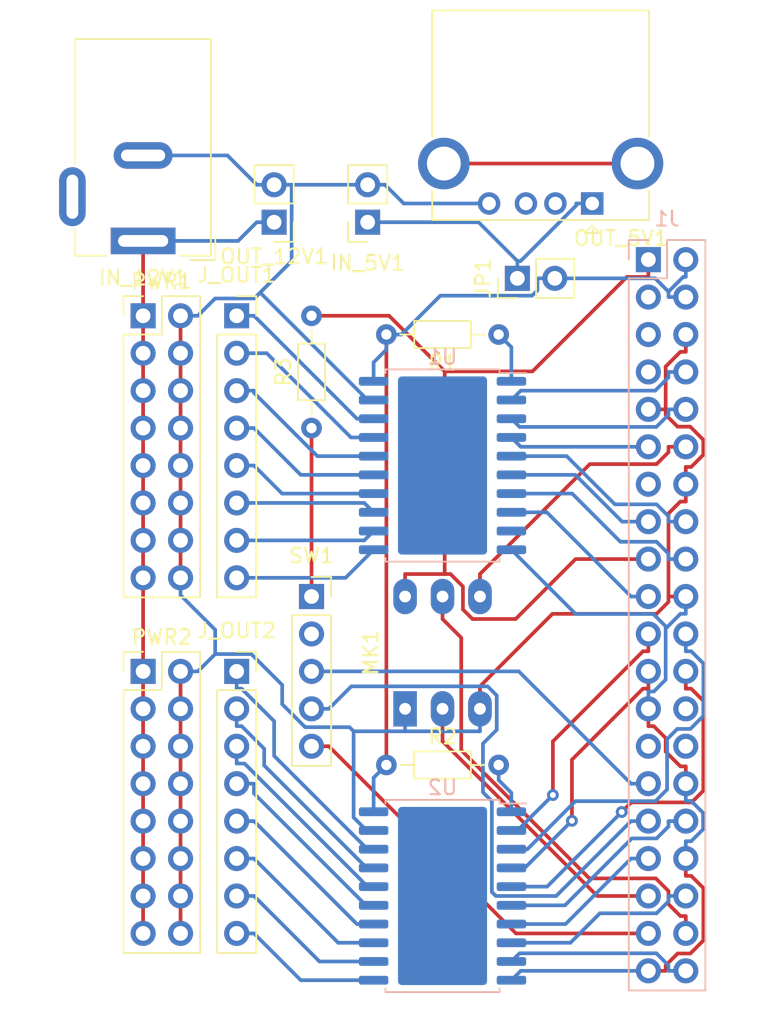
<source format=kicad_pcb>
(kicad_pcb (version 20171130) (host pcbnew "(5.1.10)-1")

  (general
    (thickness 1.6)
    (drawings 0)
    (tracks 354)
    (zones 0)
    (modules 17)
    (nets 58)
  )

  (page A4)
  (layers
    (0 F.Cu signal)
    (31 B.Cu signal)
    (32 B.Adhes user)
    (33 F.Adhes user)
    (34 B.Paste user)
    (35 F.Paste user)
    (36 B.SilkS user)
    (37 F.SilkS user)
    (38 B.Mask user)
    (39 F.Mask user)
    (40 Dwgs.User user)
    (41 Cmts.User user)
    (42 Eco1.User user)
    (43 Eco2.User user)
    (44 Edge.Cuts user)
    (45 Margin user)
    (46 B.CrtYd user)
    (47 F.CrtYd user)
    (48 B.Fab user)
    (49 F.Fab user)
  )

  (setup
    (last_trace_width 0.25)
    (trace_clearance 0.2)
    (zone_clearance 0.508)
    (zone_45_only no)
    (trace_min 0.2)
    (via_size 0.8)
    (via_drill 0.4)
    (via_min_size 0.4)
    (via_min_drill 0.3)
    (uvia_size 0.3)
    (uvia_drill 0.1)
    (uvias_allowed no)
    (uvia_min_size 0.2)
    (uvia_min_drill 0.1)
    (edge_width 0.1)
    (segment_width 0.2)
    (pcb_text_width 0.3)
    (pcb_text_size 1.5 1.5)
    (mod_edge_width 0.15)
    (mod_text_size 1 1)
    (mod_text_width 0.15)
    (pad_size 1.524 1.524)
    (pad_drill 0.762)
    (pad_to_mask_clearance 0)
    (aux_axis_origin 0 0)
    (visible_elements FFFFFF7F)
    (pcbplotparams
      (layerselection 0x010fc_ffffffff)
      (usegerberextensions false)
      (usegerberattributes true)
      (usegerberadvancedattributes true)
      (creategerberjobfile true)
      (excludeedgelayer true)
      (linewidth 0.100000)
      (plotframeref false)
      (viasonmask false)
      (mode 1)
      (useauxorigin false)
      (hpglpennumber 1)
      (hpglpenspeed 20)
      (hpglpendiameter 15.000000)
      (psnegative false)
      (psa4output false)
      (plotreference true)
      (plotvalue true)
      (plotinvisibletext false)
      (padsonsilk false)
      (subtractmaskfromsilk false)
      (outputformat 1)
      (mirror false)
      (drillshape 1)
      (scaleselection 1)
      (outputdirectory ""))
  )

  (net 0 "")
  (net 1 GND)
  (net 2 "Net-(J1-Pad3)")
  (net 3 VCC)
  (net 4 "Net-(J1-Pad5)")
  (net 5 /SMI_SD13)
  (net 6 /I2S_SD)
  (net 7 /SEL_MODE3)
  (net 8 /SMI_SD8)
  (net 9 /I2S_WS)
  (net 10 /SMI_SD5)
  (net 11 /SMI_SD4)
  (net 12 /SEL_MODE2)
  (net 13 /SEL_MODE1)
  (net 14 /SMI_SD0)
  (net 15 /SMI_SD3)
  (net 16 /SMI_SD17)
  (net 17 /SMI_SD1)
  (net 18 /SMI_SD2)
  (net 19 /SMI_SD16)
  (net 20 +3V3)
  (net 21 /SMI_SD15)
  (net 22 /SMI_SD14)
  (net 23 /I2S_CLK)
  (net 24 /SMI_SD9)
  (net 25 /SMI_SD7)
  (net 26 /SMI_SD6)
  (net 27 +5V)
  (net 28 +12V)
  (net 29 "Net-(R3-Pad1)")
  (net 30 /SEL_MODE0)
  (net 31 "Net-(J1-Pad7)")
  (net 32 "Net-(J1-Pad13)")
  (net 33 "Net-(J1-Pad26)")
  (net 34 "Net-(J1-Pad27)")
  (net 35 "Net-(J1-Pad28)")
  (net 36 "Net-(J_OUT1-Pad1)")
  (net 37 "Net-(J_OUT1-Pad2)")
  (net 38 "Net-(J_OUT1-Pad3)")
  (net 39 "Net-(J_OUT1-Pad4)")
  (net 40 "Net-(J_OUT1-Pad5)")
  (net 41 "Net-(J_OUT1-Pad6)")
  (net 42 "Net-(J_OUT1-Pad7)")
  (net 43 "Net-(J_OUT1-Pad8)")
  (net 44 "Net-(J_OUT2-Pad1)")
  (net 45 "Net-(J_OUT2-Pad2)")
  (net 46 "Net-(J_OUT2-Pad3)")
  (net 47 "Net-(J_OUT2-Pad4)")
  (net 48 "Net-(J_OUT2-Pad5)")
  (net 49 "Net-(J_OUT2-Pad6)")
  (net 50 "Net-(J_OUT2-Pad7)")
  (net 51 "Net-(J_OUT2-Pad8)")
  (net 52 "Net-(OUT_5V1-Pad3)")
  (net 53 "Net-(OUT_5V1-Pad2)")
  (net 54 "Net-(OUT_5V1-Pad5)")
  (net 55 "Net-(R1-Pad1)")
  (net 56 "Net-(R2-Pad2)")
  (net 57 "Net-(U1-Pad9)")

  (net_class Default "This is the default net class."
    (clearance 0.2)
    (trace_width 0.25)
    (via_dia 0.8)
    (via_drill 0.4)
    (uvia_dia 0.3)
    (uvia_drill 0.1)
    (add_net +12V)
    (add_net +3V3)
    (add_net +5V)
    (add_net /I2S_CLK)
    (add_net /I2S_SD)
    (add_net /I2S_WS)
    (add_net /SEL_MODE0)
    (add_net /SEL_MODE1)
    (add_net /SEL_MODE2)
    (add_net /SEL_MODE3)
    (add_net /SMI_SD0)
    (add_net /SMI_SD1)
    (add_net /SMI_SD13)
    (add_net /SMI_SD14)
    (add_net /SMI_SD15)
    (add_net /SMI_SD16)
    (add_net /SMI_SD17)
    (add_net /SMI_SD2)
    (add_net /SMI_SD3)
    (add_net /SMI_SD4)
    (add_net /SMI_SD5)
    (add_net /SMI_SD6)
    (add_net /SMI_SD7)
    (add_net /SMI_SD8)
    (add_net /SMI_SD9)
    (add_net GND)
    (add_net "Net-(J1-Pad13)")
    (add_net "Net-(J1-Pad26)")
    (add_net "Net-(J1-Pad27)")
    (add_net "Net-(J1-Pad28)")
    (add_net "Net-(J1-Pad3)")
    (add_net "Net-(J1-Pad5)")
    (add_net "Net-(J1-Pad7)")
    (add_net "Net-(J_OUT1-Pad1)")
    (add_net "Net-(J_OUT1-Pad2)")
    (add_net "Net-(J_OUT1-Pad3)")
    (add_net "Net-(J_OUT1-Pad4)")
    (add_net "Net-(J_OUT1-Pad5)")
    (add_net "Net-(J_OUT1-Pad6)")
    (add_net "Net-(J_OUT1-Pad7)")
    (add_net "Net-(J_OUT1-Pad8)")
    (add_net "Net-(J_OUT2-Pad1)")
    (add_net "Net-(J_OUT2-Pad2)")
    (add_net "Net-(J_OUT2-Pad3)")
    (add_net "Net-(J_OUT2-Pad4)")
    (add_net "Net-(J_OUT2-Pad5)")
    (add_net "Net-(J_OUT2-Pad6)")
    (add_net "Net-(J_OUT2-Pad7)")
    (add_net "Net-(J_OUT2-Pad8)")
    (add_net "Net-(OUT_5V1-Pad2)")
    (add_net "Net-(OUT_5V1-Pad3)")
    (add_net "Net-(OUT_5V1-Pad5)")
    (add_net "Net-(R1-Pad1)")
    (add_net "Net-(R2-Pad2)")
    (add_net "Net-(R3-Pad1)")
    (add_net "Net-(U1-Pad9)")
    (add_net VCC)
  )

  (module Package_SO:SO-20-1EP_7.52x12.825mm_P1.27mm_EP6.045x12.09mm_Mask3.56x4.47mm (layer B.Cu) (tedit 5DFF42CC) (tstamp 60B032F6)
    (at 123.19 110.49 180)
    (descr "SO, 20 Pin (http://www.ti.com/lit/ds/symlink/opa569.pdf, http://www.ti.com/lit/an/slma004b/slma004b.pdf), generated with kicad-footprint-generator ipc_gullwing_generator.py")
    (tags "SO SO")
    (path /60990192)
    (attr smd)
    (fp_text reference U1 (at 0 7.36) (layer B.SilkS)
      (effects (font (size 1 1) (thickness 0.15)) (justify mirror))
    )
    (fp_text value 74HCT245 (at 0 -7.36) (layer B.Fab)
      (effects (font (size 1 1) (thickness 0.15)) (justify mirror))
    )
    (fp_text user %R (at 0 0) (layer B.Fab)
      (effects (font (size 1 1) (thickness 0.15)) (justify mirror))
    )
    (fp_line (start 0 -6.5225) (end 3.87 -6.5225) (layer B.SilkS) (width 0.12))
    (fp_line (start 3.87 -6.5225) (end 3.87 -6.275) (layer B.SilkS) (width 0.12))
    (fp_line (start 0 -6.5225) (end -3.87 -6.5225) (layer B.SilkS) (width 0.12))
    (fp_line (start -3.87 -6.5225) (end -3.87 -6.275) (layer B.SilkS) (width 0.12))
    (fp_line (start 0 6.5225) (end 3.87 6.5225) (layer B.SilkS) (width 0.12))
    (fp_line (start 3.87 6.5225) (end 3.87 6.275) (layer B.SilkS) (width 0.12))
    (fp_line (start 0 6.5225) (end -3.87 6.5225) (layer B.SilkS) (width 0.12))
    (fp_line (start -3.87 6.5225) (end -3.87 6.275) (layer B.SilkS) (width 0.12))
    (fp_line (start -3.87 6.275) (end -5.675 6.275) (layer B.SilkS) (width 0.12))
    (fp_line (start -2.76 6.4125) (end 3.76 6.4125) (layer B.Fab) (width 0.1))
    (fp_line (start 3.76 6.4125) (end 3.76 -6.4125) (layer B.Fab) (width 0.1))
    (fp_line (start 3.76 -6.4125) (end -3.76 -6.4125) (layer B.Fab) (width 0.1))
    (fp_line (start -3.76 -6.4125) (end -3.76 5.4125) (layer B.Fab) (width 0.1))
    (fp_line (start -3.76 5.4125) (end -2.76 6.4125) (layer B.Fab) (width 0.1))
    (fp_line (start -5.93 6.66) (end -5.93 -6.66) (layer B.CrtYd) (width 0.05))
    (fp_line (start -5.93 -6.66) (end 5.93 -6.66) (layer B.CrtYd) (width 0.05))
    (fp_line (start 5.93 -6.66) (end 5.93 6.66) (layer B.CrtYd) (width 0.05))
    (fp_line (start 5.93 6.66) (end -5.93 6.66) (layer B.CrtYd) (width 0.05))
    (pad 20 smd roundrect (at 4.675 5.715 180) (size 2 0.6) (layers B.Cu B.Paste B.Mask) (roundrect_rratio 0.25)
      (net 27 +5V))
    (pad 19 smd roundrect (at 4.675 4.445 180) (size 2 0.6) (layers B.Cu B.Paste B.Mask) (roundrect_rratio 0.25)
      (net 1 GND))
    (pad 18 smd roundrect (at 4.675 3.175 180) (size 2 0.6) (layers B.Cu B.Paste B.Mask) (roundrect_rratio 0.25)
      (net 36 "Net-(J_OUT1-Pad1)"))
    (pad 17 smd roundrect (at 4.675 1.905 180) (size 2 0.6) (layers B.Cu B.Paste B.Mask) (roundrect_rratio 0.25)
      (net 37 "Net-(J_OUT1-Pad2)"))
    (pad 16 smd roundrect (at 4.675 0.635 180) (size 2 0.6) (layers B.Cu B.Paste B.Mask) (roundrect_rratio 0.25)
      (net 38 "Net-(J_OUT1-Pad3)"))
    (pad 15 smd roundrect (at 4.675 -0.635 180) (size 2 0.6) (layers B.Cu B.Paste B.Mask) (roundrect_rratio 0.25)
      (net 39 "Net-(J_OUT1-Pad4)"))
    (pad 14 smd roundrect (at 4.675 -1.905 180) (size 2 0.6) (layers B.Cu B.Paste B.Mask) (roundrect_rratio 0.25)
      (net 40 "Net-(J_OUT1-Pad5)"))
    (pad 13 smd roundrect (at 4.675 -3.175 180) (size 2 0.6) (layers B.Cu B.Paste B.Mask) (roundrect_rratio 0.25)
      (net 41 "Net-(J_OUT1-Pad6)"))
    (pad 12 smd roundrect (at 4.675 -4.445 180) (size 2 0.6) (layers B.Cu B.Paste B.Mask) (roundrect_rratio 0.25)
      (net 42 "Net-(J_OUT1-Pad7)"))
    (pad 11 smd roundrect (at 4.675 -5.715 180) (size 2 0.6) (layers B.Cu B.Paste B.Mask) (roundrect_rratio 0.25)
      (net 43 "Net-(J_OUT1-Pad8)"))
    (pad 10 smd roundrect (at -4.675 -5.715 180) (size 2 0.6) (layers B.Cu B.Paste B.Mask) (roundrect_rratio 0.25)
      (net 1 GND))
    (pad 9 smd roundrect (at -4.675 -4.445 180) (size 2 0.6) (layers B.Cu B.Paste B.Mask) (roundrect_rratio 0.25)
      (net 57 "Net-(U1-Pad9)"))
    (pad 8 smd roundrect (at -4.675 -3.175 180) (size 2 0.6) (layers B.Cu B.Paste B.Mask) (roundrect_rratio 0.25)
      (net 18 /SMI_SD2))
    (pad 7 smd roundrect (at -4.675 -1.905 180) (size 2 0.6) (layers B.Cu B.Paste B.Mask) (roundrect_rratio 0.25)
      (net 19 /SMI_SD16))
    (pad 6 smd roundrect (at -4.675 -0.635 180) (size 2 0.6) (layers B.Cu B.Paste B.Mask) (roundrect_rratio 0.25)
      (net 22 /SMI_SD14))
    (pad 5 smd roundrect (at -4.675 0.635 180) (size 2 0.6) (layers B.Cu B.Paste B.Mask) (roundrect_rratio 0.25)
      (net 21 /SMI_SD15))
    (pad 4 smd roundrect (at -4.675 1.905 180) (size 2 0.6) (layers B.Cu B.Paste B.Mask) (roundrect_rratio 0.25)
      (net 24 /SMI_SD9))
    (pad 3 smd roundrect (at -4.675 3.175 180) (size 2 0.6) (layers B.Cu B.Paste B.Mask) (roundrect_rratio 0.25)
      (net 25 /SMI_SD7))
    (pad 2 smd roundrect (at -4.675 4.445 180) (size 2 0.6) (layers B.Cu B.Paste B.Mask) (roundrect_rratio 0.25)
      (net 26 /SMI_SD6))
    (pad 1 smd roundrect (at -4.675 5.715 180) (size 2 0.6) (layers B.Cu B.Paste B.Mask) (roundrect_rratio 0.25)
      (net 55 "Net-(R1-Pad1)"))
    (pad "" smd roundrect (at 0 0 180) (size 2.87 3.6) (layers B.Paste) (roundrect_rratio 0.087108))
    (pad 21 smd roundrect (at 0 0 180) (size 6.045 12.09) (layers B.Cu) (roundrect_rratio 0.041356))
    (pad "" smd roundrect (at 0 0 180) (size 3.56 4.47) (layers B.Mask) (roundrect_rratio 0.070225))
    (model ${KISYS3DMOD}/Package_SO.3dshapes/SO-20-1EP_7.52x12.825mm_P1.27mm_EP6.045x12.09mm_Mask3.56x4.47mm.wrl
      (at (xyz 0 0 0))
      (scale (xyz 1 1 1))
      (rotate (xyz 0 0 0))
    )
  )

  (module Package_SO:SO-20-1EP_7.52x12.825mm_P1.27mm_EP6.045x12.09mm_Mask3.56x4.47mm (layer B.Cu) (tedit 5DFF42CC) (tstamp 60B003A7)
    (at 123.19 139.7 180)
    (descr "SO, 20 Pin (http://www.ti.com/lit/ds/symlink/opa569.pdf, http://www.ti.com/lit/an/slma004b/slma004b.pdf), generated with kicad-footprint-generator ipc_gullwing_generator.py")
    (tags "SO SO")
    (path /6098F41C)
    (attr smd)
    (fp_text reference U2 (at 0 7.36) (layer B.SilkS)
      (effects (font (size 1 1) (thickness 0.15)) (justify mirror))
    )
    (fp_text value 74HCT245 (at 0 -7.36) (layer B.Fab)
      (effects (font (size 1 1) (thickness 0.15)) (justify mirror))
    )
    (fp_text user %R (at 0 0) (layer B.Fab)
      (effects (font (size 1 1) (thickness 0.15)) (justify mirror))
    )
    (fp_line (start 0 -6.5225) (end 3.87 -6.5225) (layer B.SilkS) (width 0.12))
    (fp_line (start 3.87 -6.5225) (end 3.87 -6.275) (layer B.SilkS) (width 0.12))
    (fp_line (start 0 -6.5225) (end -3.87 -6.5225) (layer B.SilkS) (width 0.12))
    (fp_line (start -3.87 -6.5225) (end -3.87 -6.275) (layer B.SilkS) (width 0.12))
    (fp_line (start 0 6.5225) (end 3.87 6.5225) (layer B.SilkS) (width 0.12))
    (fp_line (start 3.87 6.5225) (end 3.87 6.275) (layer B.SilkS) (width 0.12))
    (fp_line (start 0 6.5225) (end -3.87 6.5225) (layer B.SilkS) (width 0.12))
    (fp_line (start -3.87 6.5225) (end -3.87 6.275) (layer B.SilkS) (width 0.12))
    (fp_line (start -3.87 6.275) (end -5.675 6.275) (layer B.SilkS) (width 0.12))
    (fp_line (start -2.76 6.4125) (end 3.76 6.4125) (layer B.Fab) (width 0.1))
    (fp_line (start 3.76 6.4125) (end 3.76 -6.4125) (layer B.Fab) (width 0.1))
    (fp_line (start 3.76 -6.4125) (end -3.76 -6.4125) (layer B.Fab) (width 0.1))
    (fp_line (start -3.76 -6.4125) (end -3.76 5.4125) (layer B.Fab) (width 0.1))
    (fp_line (start -3.76 5.4125) (end -2.76 6.4125) (layer B.Fab) (width 0.1))
    (fp_line (start -5.93 6.66) (end -5.93 -6.66) (layer B.CrtYd) (width 0.05))
    (fp_line (start -5.93 -6.66) (end 5.93 -6.66) (layer B.CrtYd) (width 0.05))
    (fp_line (start 5.93 -6.66) (end 5.93 6.66) (layer B.CrtYd) (width 0.05))
    (fp_line (start 5.93 6.66) (end -5.93 6.66) (layer B.CrtYd) (width 0.05))
    (pad 20 smd roundrect (at 4.675 5.715 180) (size 2 0.6) (layers B.Cu B.Paste B.Mask) (roundrect_rratio 0.25)
      (net 27 +5V))
    (pad 19 smd roundrect (at 4.675 4.445 180) (size 2 0.6) (layers B.Cu B.Paste B.Mask) (roundrect_rratio 0.25)
      (net 1 GND))
    (pad 18 smd roundrect (at 4.675 3.175 180) (size 2 0.6) (layers B.Cu B.Paste B.Mask) (roundrect_rratio 0.25)
      (net 44 "Net-(J_OUT2-Pad1)"))
    (pad 17 smd roundrect (at 4.675 1.905 180) (size 2 0.6) (layers B.Cu B.Paste B.Mask) (roundrect_rratio 0.25)
      (net 45 "Net-(J_OUT2-Pad2)"))
    (pad 16 smd roundrect (at 4.675 0.635 180) (size 2 0.6) (layers B.Cu B.Paste B.Mask) (roundrect_rratio 0.25)
      (net 46 "Net-(J_OUT2-Pad3)"))
    (pad 15 smd roundrect (at 4.675 -0.635 180) (size 2 0.6) (layers B.Cu B.Paste B.Mask) (roundrect_rratio 0.25)
      (net 47 "Net-(J_OUT2-Pad4)"))
    (pad 14 smd roundrect (at 4.675 -1.905 180) (size 2 0.6) (layers B.Cu B.Paste B.Mask) (roundrect_rratio 0.25)
      (net 48 "Net-(J_OUT2-Pad5)"))
    (pad 13 smd roundrect (at 4.675 -3.175 180) (size 2 0.6) (layers B.Cu B.Paste B.Mask) (roundrect_rratio 0.25)
      (net 49 "Net-(J_OUT2-Pad6)"))
    (pad 12 smd roundrect (at 4.675 -4.445 180) (size 2 0.6) (layers B.Cu B.Paste B.Mask) (roundrect_rratio 0.25)
      (net 50 "Net-(J_OUT2-Pad7)"))
    (pad 11 smd roundrect (at 4.675 -5.715 180) (size 2 0.6) (layers B.Cu B.Paste B.Mask) (roundrect_rratio 0.25)
      (net 51 "Net-(J_OUT2-Pad8)"))
    (pad 10 smd roundrect (at -4.675 -5.715 180) (size 2 0.6) (layers B.Cu B.Paste B.Mask) (roundrect_rratio 0.25)
      (net 1 GND))
    (pad 9 smd roundrect (at -4.675 -4.445 180) (size 2 0.6) (layers B.Cu B.Paste B.Mask) (roundrect_rratio 0.25)
      (net 5 /SMI_SD13))
    (pad 8 smd roundrect (at -4.675 -3.175 180) (size 2 0.6) (layers B.Cu B.Paste B.Mask) (roundrect_rratio 0.25)
      (net 8 /SMI_SD8))
    (pad 7 smd roundrect (at -4.675 -1.905 180) (size 2 0.6) (layers B.Cu B.Paste B.Mask) (roundrect_rratio 0.25)
      (net 10 /SMI_SD5))
    (pad 6 smd roundrect (at -4.675 -0.635 180) (size 2 0.6) (layers B.Cu B.Paste B.Mask) (roundrect_rratio 0.25)
      (net 11 /SMI_SD4))
    (pad 5 smd roundrect (at -4.675 0.635 180) (size 2 0.6) (layers B.Cu B.Paste B.Mask) (roundrect_rratio 0.25)
      (net 14 /SMI_SD0))
    (pad 4 smd roundrect (at -4.675 1.905 180) (size 2 0.6) (layers B.Cu B.Paste B.Mask) (roundrect_rratio 0.25)
      (net 15 /SMI_SD3))
    (pad 3 smd roundrect (at -4.675 3.175 180) (size 2 0.6) (layers B.Cu B.Paste B.Mask) (roundrect_rratio 0.25)
      (net 16 /SMI_SD17))
    (pad 2 smd roundrect (at -4.675 4.445 180) (size 2 0.6) (layers B.Cu B.Paste B.Mask) (roundrect_rratio 0.25)
      (net 17 /SMI_SD1))
    (pad 1 smd roundrect (at -4.675 5.715 180) (size 2 0.6) (layers B.Cu B.Paste B.Mask) (roundrect_rratio 0.25)
      (net 56 "Net-(R2-Pad2)"))
    (pad "" smd roundrect (at 0 0 180) (size 2.87 3.6) (layers B.Paste) (roundrect_rratio 0.087108))
    (pad 21 smd roundrect (at 0 0 180) (size 6.045 12.09) (layers B.Cu) (roundrect_rratio 0.041356))
    (pad "" smd roundrect (at 0 0 180) (size 3.56 4.47) (layers B.Mask) (roundrect_rratio 0.070225))
    (model ${KISYS3DMOD}/Package_SO.3dshapes/SO-20-1EP_7.52x12.825mm_P1.27mm_EP6.045x12.09mm_Mask3.56x4.47mm.wrl
      (at (xyz 0 0 0))
      (scale (xyz 1 1 1))
      (rotate (xyz 0 0 0))
    )
  )

  (module Connector_PinSocket_2.54mm:PinSocket_1x05_P2.54mm_Vertical (layer F.Cu) (tedit 5A19A420) (tstamp 60AFE324)
    (at 114.3 119.38)
    (descr "Through hole straight socket strip, 1x05, 2.54mm pitch, single row (from Kicad 4.0.7), script generated")
    (tags "Through hole socket strip THT 1x05 2.54mm single row")
    (path /609C0644)
    (fp_text reference SW1 (at 0 -2.77) (layer F.SilkS)
      (effects (font (size 1 1) (thickness 0.15)))
    )
    (fp_text value SW_Coded (at 0 12.93) (layer F.Fab)
      (effects (font (size 1 1) (thickness 0.15)))
    )
    (fp_text user %R (at 0 5.08 90) (layer F.Fab)
      (effects (font (size 1 1) (thickness 0.15)))
    )
    (fp_line (start -1.27 -1.27) (end 0.635 -1.27) (layer F.Fab) (width 0.1))
    (fp_line (start 0.635 -1.27) (end 1.27 -0.635) (layer F.Fab) (width 0.1))
    (fp_line (start 1.27 -0.635) (end 1.27 11.43) (layer F.Fab) (width 0.1))
    (fp_line (start 1.27 11.43) (end -1.27 11.43) (layer F.Fab) (width 0.1))
    (fp_line (start -1.27 11.43) (end -1.27 -1.27) (layer F.Fab) (width 0.1))
    (fp_line (start -1.33 1.27) (end 1.33 1.27) (layer F.SilkS) (width 0.12))
    (fp_line (start -1.33 1.27) (end -1.33 11.49) (layer F.SilkS) (width 0.12))
    (fp_line (start -1.33 11.49) (end 1.33 11.49) (layer F.SilkS) (width 0.12))
    (fp_line (start 1.33 1.27) (end 1.33 11.49) (layer F.SilkS) (width 0.12))
    (fp_line (start 1.33 -1.33) (end 1.33 0) (layer F.SilkS) (width 0.12))
    (fp_line (start 0 -1.33) (end 1.33 -1.33) (layer F.SilkS) (width 0.12))
    (fp_line (start -1.8 -1.8) (end 1.75 -1.8) (layer F.CrtYd) (width 0.05))
    (fp_line (start 1.75 -1.8) (end 1.75 11.9) (layer F.CrtYd) (width 0.05))
    (fp_line (start 1.75 11.9) (end -1.8 11.9) (layer F.CrtYd) (width 0.05))
    (fp_line (start -1.8 11.9) (end -1.8 -1.8) (layer F.CrtYd) (width 0.05))
    (pad 5 thru_hole oval (at 0 10.16) (size 1.7 1.7) (drill 1) (layers *.Cu *.Mask)
      (net 7 /SEL_MODE3))
    (pad 4 thru_hole oval (at 0 7.62) (size 1.7 1.7) (drill 1) (layers *.Cu *.Mask)
      (net 12 /SEL_MODE2))
    (pad 3 thru_hole oval (at 0 5.08) (size 1.7 1.7) (drill 1) (layers *.Cu *.Mask)
      (net 13 /SEL_MODE1))
    (pad 2 thru_hole oval (at 0 2.54) (size 1.7 1.7) (drill 1) (layers *.Cu *.Mask)
      (net 30 /SEL_MODE0))
    (pad 1 thru_hole rect (at 0 0) (size 1.7 1.7) (drill 1) (layers *.Cu *.Mask)
      (net 29 "Net-(R3-Pad1)"))
    (model ${KISYS3DMOD}/Connector_PinSocket_2.54mm.3dshapes/PinSocket_1x05_P2.54mm_Vertical.wrl
      (at (xyz 0 0 0))
      (scale (xyz 1 1 1))
      (rotate (xyz 0 0 0))
    )
  )

  (module Resistor_THT:R_Axial_DIN0204_L3.6mm_D1.6mm_P7.62mm_Horizontal (layer F.Cu) (tedit 5AE5139B) (tstamp 60AFE30B)
    (at 114.3 107.95 90)
    (descr "Resistor, Axial_DIN0204 series, Axial, Horizontal, pin pitch=7.62mm, 0.167W, length*diameter=3.6*1.6mm^2, http://cdn-reichelt.de/documents/datenblatt/B400/1_4W%23YAG.pdf")
    (tags "Resistor Axial_DIN0204 series Axial Horizontal pin pitch 7.62mm 0.167W length 3.6mm diameter 1.6mm")
    (path /609D0F65)
    (fp_text reference R3 (at 3.81 -1.92 90) (layer F.SilkS)
      (effects (font (size 1 1) (thickness 0.15)))
    )
    (fp_text value R (at 3.81 1.92 90) (layer F.Fab)
      (effects (font (size 1 1) (thickness 0.15)))
    )
    (fp_text user %R (at 3.81 0 90) (layer F.Fab)
      (effects (font (size 0.72 0.72) (thickness 0.108)))
    )
    (fp_line (start 2.01 -0.8) (end 2.01 0.8) (layer F.Fab) (width 0.1))
    (fp_line (start 2.01 0.8) (end 5.61 0.8) (layer F.Fab) (width 0.1))
    (fp_line (start 5.61 0.8) (end 5.61 -0.8) (layer F.Fab) (width 0.1))
    (fp_line (start 5.61 -0.8) (end 2.01 -0.8) (layer F.Fab) (width 0.1))
    (fp_line (start 0 0) (end 2.01 0) (layer F.Fab) (width 0.1))
    (fp_line (start 7.62 0) (end 5.61 0) (layer F.Fab) (width 0.1))
    (fp_line (start 1.89 -0.92) (end 1.89 0.92) (layer F.SilkS) (width 0.12))
    (fp_line (start 1.89 0.92) (end 5.73 0.92) (layer F.SilkS) (width 0.12))
    (fp_line (start 5.73 0.92) (end 5.73 -0.92) (layer F.SilkS) (width 0.12))
    (fp_line (start 5.73 -0.92) (end 1.89 -0.92) (layer F.SilkS) (width 0.12))
    (fp_line (start 0.94 0) (end 1.89 0) (layer F.SilkS) (width 0.12))
    (fp_line (start 6.68 0) (end 5.73 0) (layer F.SilkS) (width 0.12))
    (fp_line (start -0.95 -1.05) (end -0.95 1.05) (layer F.CrtYd) (width 0.05))
    (fp_line (start -0.95 1.05) (end 8.57 1.05) (layer F.CrtYd) (width 0.05))
    (fp_line (start 8.57 1.05) (end 8.57 -1.05) (layer F.CrtYd) (width 0.05))
    (fp_line (start 8.57 -1.05) (end -0.95 -1.05) (layer F.CrtYd) (width 0.05))
    (pad 2 thru_hole oval (at 7.62 0 90) (size 1.4 1.4) (drill 0.7) (layers *.Cu *.Mask)
      (net 20 +3V3))
    (pad 1 thru_hole circle (at 0 0 90) (size 1.4 1.4) (drill 0.7) (layers *.Cu *.Mask)
      (net 29 "Net-(R3-Pad1)"))
    (model ${KISYS3DMOD}/Resistor_THT.3dshapes/R_Axial_DIN0204_L3.6mm_D1.6mm_P7.62mm_Horizontal.wrl
      (at (xyz 0 0 0))
      (scale (xyz 1 1 1))
      (rotate (xyz 0 0 0))
    )
  )

  (module Resistor_THT:R_Axial_DIN0204_L3.6mm_D1.6mm_P7.62mm_Horizontal (layer F.Cu) (tedit 5AE5139B) (tstamp 60AFE2F4)
    (at 127 101.6 180)
    (descr "Resistor, Axial_DIN0204 series, Axial, Horizontal, pin pitch=7.62mm, 0.167W, length*diameter=3.6*1.6mm^2, http://cdn-reichelt.de/documents/datenblatt/B400/1_4W%23YAG.pdf")
    (tags "Resistor Axial_DIN0204 series Axial Horizontal pin pitch 7.62mm 0.167W length 3.6mm diameter 1.6mm")
    (path /609B10BD)
    (fp_text reference R1 (at 3.81 -1.92) (layer F.SilkS)
      (effects (font (size 1 1) (thickness 0.15)))
    )
    (fp_text value R (at 3.81 1.92) (layer F.Fab)
      (effects (font (size 1 1) (thickness 0.15)))
    )
    (fp_text user %R (at 3.81 0) (layer F.Fab)
      (effects (font (size 0.72 0.72) (thickness 0.108)))
    )
    (fp_line (start 2.01 -0.8) (end 2.01 0.8) (layer F.Fab) (width 0.1))
    (fp_line (start 2.01 0.8) (end 5.61 0.8) (layer F.Fab) (width 0.1))
    (fp_line (start 5.61 0.8) (end 5.61 -0.8) (layer F.Fab) (width 0.1))
    (fp_line (start 5.61 -0.8) (end 2.01 -0.8) (layer F.Fab) (width 0.1))
    (fp_line (start 0 0) (end 2.01 0) (layer F.Fab) (width 0.1))
    (fp_line (start 7.62 0) (end 5.61 0) (layer F.Fab) (width 0.1))
    (fp_line (start 1.89 -0.92) (end 1.89 0.92) (layer F.SilkS) (width 0.12))
    (fp_line (start 1.89 0.92) (end 5.73 0.92) (layer F.SilkS) (width 0.12))
    (fp_line (start 5.73 0.92) (end 5.73 -0.92) (layer F.SilkS) (width 0.12))
    (fp_line (start 5.73 -0.92) (end 1.89 -0.92) (layer F.SilkS) (width 0.12))
    (fp_line (start 0.94 0) (end 1.89 0) (layer F.SilkS) (width 0.12))
    (fp_line (start 6.68 0) (end 5.73 0) (layer F.SilkS) (width 0.12))
    (fp_line (start -0.95 -1.05) (end -0.95 1.05) (layer F.CrtYd) (width 0.05))
    (fp_line (start -0.95 1.05) (end 8.57 1.05) (layer F.CrtYd) (width 0.05))
    (fp_line (start 8.57 1.05) (end 8.57 -1.05) (layer F.CrtYd) (width 0.05))
    (fp_line (start 8.57 -1.05) (end -0.95 -1.05) (layer F.CrtYd) (width 0.05))
    (pad 2 thru_hole oval (at 7.62 0 180) (size 1.4 1.4) (drill 0.7) (layers *.Cu *.Mask)
      (net 27 +5V))
    (pad 1 thru_hole circle (at 0 0 180) (size 1.4 1.4) (drill 0.7) (layers *.Cu *.Mask)
      (net 55 "Net-(R1-Pad1)"))
    (model ${KISYS3DMOD}/Resistor_THT.3dshapes/R_Axial_DIN0204_L3.6mm_D1.6mm_P7.62mm_Horizontal.wrl
      (at (xyz 0 0 0))
      (scale (xyz 1 1 1))
      (rotate (xyz 0 0 0))
    )
  )

  (module Resistor_THT:R_Axial_DIN0204_L3.6mm_D1.6mm_P7.62mm_Horizontal (layer F.Cu) (tedit 5AE5139B) (tstamp 60AFE2DD)
    (at 119.38 130.81)
    (descr "Resistor, Axial_DIN0204 series, Axial, Horizontal, pin pitch=7.62mm, 0.167W, length*diameter=3.6*1.6mm^2, http://cdn-reichelt.de/documents/datenblatt/B400/1_4W%23YAG.pdf")
    (tags "Resistor Axial_DIN0204 series Axial Horizontal pin pitch 7.62mm 0.167W length 3.6mm diameter 1.6mm")
    (path /609AF147)
    (fp_text reference R2 (at 3.81 -1.92) (layer F.SilkS)
      (effects (font (size 1 1) (thickness 0.15)))
    )
    (fp_text value R (at 3.81 1.92) (layer F.Fab)
      (effects (font (size 1 1) (thickness 0.15)))
    )
    (fp_text user %R (at 3.81 0) (layer F.Fab)
      (effects (font (size 0.72 0.72) (thickness 0.108)))
    )
    (fp_line (start 2.01 -0.8) (end 2.01 0.8) (layer F.Fab) (width 0.1))
    (fp_line (start 2.01 0.8) (end 5.61 0.8) (layer F.Fab) (width 0.1))
    (fp_line (start 5.61 0.8) (end 5.61 -0.8) (layer F.Fab) (width 0.1))
    (fp_line (start 5.61 -0.8) (end 2.01 -0.8) (layer F.Fab) (width 0.1))
    (fp_line (start 0 0) (end 2.01 0) (layer F.Fab) (width 0.1))
    (fp_line (start 7.62 0) (end 5.61 0) (layer F.Fab) (width 0.1))
    (fp_line (start 1.89 -0.92) (end 1.89 0.92) (layer F.SilkS) (width 0.12))
    (fp_line (start 1.89 0.92) (end 5.73 0.92) (layer F.SilkS) (width 0.12))
    (fp_line (start 5.73 0.92) (end 5.73 -0.92) (layer F.SilkS) (width 0.12))
    (fp_line (start 5.73 -0.92) (end 1.89 -0.92) (layer F.SilkS) (width 0.12))
    (fp_line (start 0.94 0) (end 1.89 0) (layer F.SilkS) (width 0.12))
    (fp_line (start 6.68 0) (end 5.73 0) (layer F.SilkS) (width 0.12))
    (fp_line (start -0.95 -1.05) (end -0.95 1.05) (layer F.CrtYd) (width 0.05))
    (fp_line (start -0.95 1.05) (end 8.57 1.05) (layer F.CrtYd) (width 0.05))
    (fp_line (start 8.57 1.05) (end 8.57 -1.05) (layer F.CrtYd) (width 0.05))
    (fp_line (start 8.57 -1.05) (end -0.95 -1.05) (layer F.CrtYd) (width 0.05))
    (pad 2 thru_hole oval (at 7.62 0) (size 1.4 1.4) (drill 0.7) (layers *.Cu *.Mask)
      (net 56 "Net-(R2-Pad2)"))
    (pad 1 thru_hole circle (at 0 0) (size 1.4 1.4) (drill 0.7) (layers *.Cu *.Mask)
      (net 27 +5V))
    (model ${KISYS3DMOD}/Resistor_THT.3dshapes/R_Axial_DIN0204_L3.6mm_D1.6mm_P7.62mm_Horizontal.wrl
      (at (xyz 0 0 0))
      (scale (xyz 1 1 1))
      (rotate (xyz 0 0 0))
    )
  )

  (module LedBarsHat:I2S_MEMS_Microphone (layer F.Cu) (tedit 6099062F) (tstamp 60AFE2C6)
    (at 120.65 127 90)
    (descr "I2S MEMS Microphone")
    (tags "I2S MEMS Microphone")
    (path /609D01E4)
    (fp_text reference MK1 (at 3.81 -2.33 90) (layer F.SilkS)
      (effects (font (size 1 1) (thickness 0.15)))
    )
    (fp_text value MP45DT02 (at 3.81 7.41 90) (layer F.Fab)
      (effects (font (size 1 1) (thickness 0.15)))
    )
    (fp_text user %R (at 3.81 2.54 90) (layer F.Fab)
      (effects (font (size 1 1) (thickness 0.15)))
    )
    (fp_line (start 1.635 -1.27) (end 6.985 -1.27) (layer F.Fab) (width 0.1))
    (fp_line (start 6.985 -1.27) (end 6.985 6.35) (layer F.Fab) (width 0.1))
    (fp_line (start 6.985 6.35) (end 0.635 6.35) (layer F.Fab) (width 0.1))
    (fp_line (start 0.635 6.35) (end 0.635 -0.27) (layer F.Fab) (width 0.1))
    (fp_line (start 0.635 -0.27) (end 1.635 -1.27) (layer F.Fab) (width 0.1))
    (fp_line (start -1.45 -1.55) (end -1.45 6.6) (layer F.CrtYd) (width 0.05))
    (fp_line (start -1.45 6.6) (end 9.1 6.6) (layer F.CrtYd) (width 0.05))
    (fp_line (start 9.1 6.6) (end 9.1 -1.55) (layer F.CrtYd) (width 0.05))
    (fp_line (start 9.1 -1.55) (end -1.45 -1.55) (layer F.CrtYd) (width 0.05))
    (pad 1 thru_hole rect (at 0 0 90) (size 2.4 1.6) (drill 0.8) (layers *.Cu *.Mask)
      (net 1 GND))
    (pad 4 thru_hole oval (at 7.62 5.08 90) (size 2.4 1.6) (drill 0.8) (layers *.Cu *.Mask)
      (net 23 /I2S_CLK))
    (pad 2 thru_hole oval (at 0 2.54 90) (size 2.4 1.6) (drill 0.8) (layers *.Cu *.Mask)
      (net 9 /I2S_WS))
    (pad 5 thru_hole oval (at 7.62 2.54 90) (size 2.4 1.6) (drill 0.8) (layers *.Cu *.Mask)
      (net 6 /I2S_SD))
    (pad 3 thru_hole oval (at 0 5.08 90) (size 2.4 1.6) (drill 0.8) (layers *.Cu *.Mask)
      (net 1 GND))
    (pad 6 thru_hole oval (at 7.62 0 90) (size 2.4 1.6) (drill 0.8) (layers *.Cu *.Mask)
      (net 20 +3V3))
  )

  (module Connector_PinHeader_2.54mm:PinHeader_1x02_P2.54mm_Vertical (layer F.Cu) (tedit 59FED5CC) (tstamp 60AFE2B2)
    (at 128.27 97.79 90)
    (descr "Through hole straight pin header, 1x02, 2.54mm pitch, single row")
    (tags "Through hole pin header THT 1x02 2.54mm single row")
    (path /60A55661)
    (fp_text reference JP1 (at 0 -2.33 90) (layer F.SilkS)
      (effects (font (size 1 1) (thickness 0.15)))
    )
    (fp_text value Jumper (at 0 4.87 90) (layer F.Fab)
      (effects (font (size 1 1) (thickness 0.15)))
    )
    (fp_text user %R (at 0 1.27) (layer F.Fab)
      (effects (font (size 1 1) (thickness 0.15)))
    )
    (fp_line (start -0.635 -1.27) (end 1.27 -1.27) (layer F.Fab) (width 0.1))
    (fp_line (start 1.27 -1.27) (end 1.27 3.81) (layer F.Fab) (width 0.1))
    (fp_line (start 1.27 3.81) (end -1.27 3.81) (layer F.Fab) (width 0.1))
    (fp_line (start -1.27 3.81) (end -1.27 -0.635) (layer F.Fab) (width 0.1))
    (fp_line (start -1.27 -0.635) (end -0.635 -1.27) (layer F.Fab) (width 0.1))
    (fp_line (start -1.33 3.87) (end 1.33 3.87) (layer F.SilkS) (width 0.12))
    (fp_line (start -1.33 1.27) (end -1.33 3.87) (layer F.SilkS) (width 0.12))
    (fp_line (start 1.33 1.27) (end 1.33 3.87) (layer F.SilkS) (width 0.12))
    (fp_line (start -1.33 1.27) (end 1.33 1.27) (layer F.SilkS) (width 0.12))
    (fp_line (start -1.33 0) (end -1.33 -1.33) (layer F.SilkS) (width 0.12))
    (fp_line (start -1.33 -1.33) (end 0 -1.33) (layer F.SilkS) (width 0.12))
    (fp_line (start -1.8 -1.8) (end -1.8 4.35) (layer F.CrtYd) (width 0.05))
    (fp_line (start -1.8 4.35) (end 1.8 4.35) (layer F.CrtYd) (width 0.05))
    (fp_line (start 1.8 4.35) (end 1.8 -1.8) (layer F.CrtYd) (width 0.05))
    (fp_line (start 1.8 -1.8) (end -1.8 -1.8) (layer F.CrtYd) (width 0.05))
    (pad 2 thru_hole oval (at 0 2.54 90) (size 1.7 1.7) (drill 1) (layers *.Cu *.Mask)
      (net 27 +5V))
    (pad 1 thru_hole rect (at 0 0 90) (size 1.7 1.7) (drill 1) (layers *.Cu *.Mask)
      (net 3 VCC))
    (model ${KISYS3DMOD}/Connector_PinHeader_2.54mm.3dshapes/PinHeader_1x02_P2.54mm_Vertical.wrl
      (at (xyz 0 0 0))
      (scale (xyz 1 1 1))
      (rotate (xyz 0 0 0))
    )
  )

  (module LedBarsHat:Led_Power_Bus (layer F.Cu) (tedit 609AB8F7) (tstamp 60AFE29C)
    (at 102.87 100.33)
    (descr "Through hole straight pin header, 2x08, 2.54mm pitch, double rows")
    (tags "Through hole pin header THT 2x08 2.54mm double row")
    (path /60A1377F)
    (fp_text reference PWR1 (at 1.27 -2.33) (layer F.SilkS)
      (effects (font (size 1 1) (thickness 0.15)))
    )
    (fp_text value Conn_02x08_Row_Letter_Last (at 1.27 20.11) (layer F.Fab)
      (effects (font (size 1 1) (thickness 0.15)))
    )
    (fp_text user %R (at 1.27 8.89 90) (layer F.Fab)
      (effects (font (size 1 1) (thickness 0.15)))
    )
    (fp_line (start 0 -1.27) (end 3.81 -1.27) (layer F.Fab) (width 0.1))
    (fp_line (start 3.81 -1.27) (end 3.81 19.05) (layer F.Fab) (width 0.1))
    (fp_line (start 3.81 19.05) (end -1.27 19.05) (layer F.Fab) (width 0.1))
    (fp_line (start -1.27 19.05) (end -1.27 0) (layer F.Fab) (width 0.1))
    (fp_line (start -1.27 0) (end 0 -1.27) (layer F.Fab) (width 0.1))
    (fp_line (start -1.33 19.11) (end 3.87 19.11) (layer F.SilkS) (width 0.12))
    (fp_line (start -1.33 1.27) (end -1.33 19.11) (layer F.SilkS) (width 0.12))
    (fp_line (start 3.87 -1.33) (end 3.87 19.11) (layer F.SilkS) (width 0.12))
    (fp_line (start -1.33 1.27) (end 1.27 1.27) (layer F.SilkS) (width 0.12))
    (fp_line (start 1.27 1.27) (end 1.27 -1.33) (layer F.SilkS) (width 0.12))
    (fp_line (start 1.27 -1.33) (end 3.87 -1.33) (layer F.SilkS) (width 0.12))
    (fp_line (start -1.33 0) (end -1.33 -1.33) (layer F.SilkS) (width 0.12))
    (fp_line (start -1.33 -1.33) (end 0 -1.33) (layer F.SilkS) (width 0.12))
    (fp_line (start -1.8 -1.8) (end -1.8 19.55) (layer F.CrtYd) (width 0.05))
    (fp_line (start -1.8 19.55) (end 4.35 19.55) (layer F.CrtYd) (width 0.05))
    (fp_line (start 4.35 19.55) (end 4.35 -1.8) (layer F.CrtYd) (width 0.05))
    (fp_line (start 4.35 -1.8) (end -1.8 -1.8) (layer F.CrtYd) (width 0.05))
    (pad 1a thru_hole rect (at 0 0) (size 1.7 1.7) (drill 1) (layers *.Cu *.Mask)
      (net 28 +12V))
    (pad 1b thru_hole oval (at 2.54 0) (size 1.7 1.7) (drill 1) (layers *.Cu *.Mask)
      (net 1 GND))
    (pad 2a thru_hole oval (at 0 2.54) (size 1.7 1.7) (drill 1) (layers *.Cu *.Mask)
      (net 28 +12V))
    (pad 2b thru_hole oval (at 2.54 2.54) (size 1.7 1.7) (drill 1) (layers *.Cu *.Mask)
      (net 1 GND))
    (pad 3a thru_hole oval (at 0 5.08) (size 1.7 1.7) (drill 1) (layers *.Cu *.Mask)
      (net 28 +12V))
    (pad 3b thru_hole oval (at 2.54 5.08) (size 1.7 1.7) (drill 1) (layers *.Cu *.Mask)
      (net 1 GND))
    (pad 4a thru_hole oval (at 0 7.62) (size 1.7 1.7) (drill 1) (layers *.Cu *.Mask)
      (net 28 +12V))
    (pad 4b thru_hole oval (at 2.54 7.62) (size 1.7 1.7) (drill 1) (layers *.Cu *.Mask)
      (net 1 GND))
    (pad 5a thru_hole oval (at 0 10.16) (size 1.7 1.7) (drill 1) (layers *.Cu *.Mask)
      (net 28 +12V))
    (pad 5b thru_hole oval (at 2.54 10.16) (size 1.7 1.7) (drill 1) (layers *.Cu *.Mask)
      (net 1 GND))
    (pad 6a thru_hole oval (at 0 12.7) (size 1.7 1.7) (drill 1) (layers *.Cu *.Mask)
      (net 28 +12V))
    (pad 6b thru_hole oval (at 2.54 12.7) (size 1.7 1.7) (drill 1) (layers *.Cu *.Mask)
      (net 1 GND))
    (pad 7a thru_hole oval (at 0 15.24) (size 1.7 1.7) (drill 1) (layers *.Cu *.Mask)
      (net 28 +12V))
    (pad 7b thru_hole oval (at 2.54 15.24) (size 1.7 1.7) (drill 1) (layers *.Cu *.Mask)
      (net 1 GND))
    (pad 8a thru_hole oval (at 0 17.78) (size 1.7 1.7) (drill 1) (layers *.Cu *.Mask)
      (net 28 +12V))
    (pad 8b thru_hole oval (at 2.54 17.78) (size 1.7 1.7) (drill 1) (layers *.Cu *.Mask)
      (net 1 GND))
  )

  (module LedBarsHat:Led_Signal_Bus (layer F.Cu) (tedit 609AB921) (tstamp 60AFE276)
    (at 109.22 124.46)
    (descr "Through hole straight socket strip, 1x08, 2.54mm pitch, single row (from Kicad 4.0.7), script generated")
    (tags "Through hole socket strip THT 1x08 2.54mm single row")
    (path /60A0C6CA)
    (fp_text reference J_OUT2 (at 0 -2.77) (layer F.SilkS)
      (effects (font (size 1 1) (thickness 0.15)))
    )
    (fp_text value Conn_01x08_Female (at 0 20.55) (layer F.Fab)
      (effects (font (size 1 1) (thickness 0.15)))
    )
    (fp_text user %R (at 0 8.89 90) (layer F.Fab)
      (effects (font (size 1 1) (thickness 0.15)))
    )
    (fp_line (start -1.8 19.55) (end -1.8 -1.8) (layer F.CrtYd) (width 0.05))
    (fp_line (start 1.75 19.55) (end -1.8 19.55) (layer F.CrtYd) (width 0.05))
    (fp_line (start 1.75 -1.8) (end 1.75 19.55) (layer F.CrtYd) (width 0.05))
    (fp_line (start -1.8 -1.8) (end 1.75 -1.8) (layer F.CrtYd) (width 0.05))
    (fp_line (start 0 -1.33) (end 1.33 -1.33) (layer F.SilkS) (width 0.12))
    (fp_line (start 1.33 -1.33) (end 1.33 0) (layer F.SilkS) (width 0.12))
    (fp_line (start 1.33 1.27) (end 1.33 19.11) (layer F.SilkS) (width 0.12))
    (fp_line (start -1.33 19.11) (end 1.33 19.11) (layer F.SilkS) (width 0.12))
    (fp_line (start -1.33 1.27) (end -1.33 19.11) (layer F.SilkS) (width 0.12))
    (fp_line (start -1.33 1.27) (end 1.33 1.27) (layer F.SilkS) (width 0.12))
    (fp_line (start -1.27 19.05) (end -1.27 -1.27) (layer F.Fab) (width 0.1))
    (fp_line (start 1.27 19.05) (end -1.27 19.05) (layer F.Fab) (width 0.1))
    (fp_line (start 1.27 -0.635) (end 1.27 19.05) (layer F.Fab) (width 0.1))
    (fp_line (start 0.635 -1.27) (end 1.27 -0.635) (layer F.Fab) (width 0.1))
    (fp_line (start -1.27 -1.27) (end 0.635 -1.27) (layer F.Fab) (width 0.1))
    (pad 1 thru_hole rect (at 0 0) (size 1.7 1.7) (drill 1) (layers *.Cu *.Mask)
      (net 44 "Net-(J_OUT2-Pad1)"))
    (pad 2 thru_hole oval (at 0 2.54) (size 1.7 1.7) (drill 1) (layers *.Cu *.Mask)
      (net 45 "Net-(J_OUT2-Pad2)"))
    (pad 3 thru_hole oval (at 0 5.08) (size 1.7 1.7) (drill 1) (layers *.Cu *.Mask)
      (net 46 "Net-(J_OUT2-Pad3)"))
    (pad 4 thru_hole oval (at 0 7.62) (size 1.7 1.7) (drill 1) (layers *.Cu *.Mask)
      (net 47 "Net-(J_OUT2-Pad4)"))
    (pad 5 thru_hole oval (at 0 10.16) (size 1.7 1.7) (drill 1) (layers *.Cu *.Mask)
      (net 48 "Net-(J_OUT2-Pad5)"))
    (pad 6 thru_hole oval (at 0 12.7) (size 1.7 1.7) (drill 1) (layers *.Cu *.Mask)
      (net 49 "Net-(J_OUT2-Pad6)"))
    (pad 7 thru_hole oval (at 0 15.24) (size 1.7 1.7) (drill 1) (layers *.Cu *.Mask)
      (net 50 "Net-(J_OUT2-Pad7)"))
    (pad 8 thru_hole oval (at 0 17.78) (size 1.7 1.7) (drill 1) (layers *.Cu *.Mask)
      (net 51 "Net-(J_OUT2-Pad8)"))
  )

  (module LedBarsHat:Led_Signal_Bus (layer F.Cu) (tedit 609AB921) (tstamp 60AFE25A)
    (at 109.22 100.33)
    (descr "Through hole straight socket strip, 1x08, 2.54mm pitch, single row (from Kicad 4.0.7), script generated")
    (tags "Through hole socket strip THT 1x08 2.54mm single row")
    (path /60A0018E)
    (fp_text reference J_OUT1 (at 0 -2.77) (layer F.SilkS)
      (effects (font (size 1 1) (thickness 0.15)))
    )
    (fp_text value Conn_01x08_Female (at 0 20.55) (layer F.Fab)
      (effects (font (size 1 1) (thickness 0.15)))
    )
    (fp_text user %R (at 0 8.89 90) (layer F.Fab)
      (effects (font (size 1 1) (thickness 0.15)))
    )
    (fp_line (start -1.8 19.55) (end -1.8 -1.8) (layer F.CrtYd) (width 0.05))
    (fp_line (start 1.75 19.55) (end -1.8 19.55) (layer F.CrtYd) (width 0.05))
    (fp_line (start 1.75 -1.8) (end 1.75 19.55) (layer F.CrtYd) (width 0.05))
    (fp_line (start -1.8 -1.8) (end 1.75 -1.8) (layer F.CrtYd) (width 0.05))
    (fp_line (start 0 -1.33) (end 1.33 -1.33) (layer F.SilkS) (width 0.12))
    (fp_line (start 1.33 -1.33) (end 1.33 0) (layer F.SilkS) (width 0.12))
    (fp_line (start 1.33 1.27) (end 1.33 19.11) (layer F.SilkS) (width 0.12))
    (fp_line (start -1.33 19.11) (end 1.33 19.11) (layer F.SilkS) (width 0.12))
    (fp_line (start -1.33 1.27) (end -1.33 19.11) (layer F.SilkS) (width 0.12))
    (fp_line (start -1.33 1.27) (end 1.33 1.27) (layer F.SilkS) (width 0.12))
    (fp_line (start -1.27 19.05) (end -1.27 -1.27) (layer F.Fab) (width 0.1))
    (fp_line (start 1.27 19.05) (end -1.27 19.05) (layer F.Fab) (width 0.1))
    (fp_line (start 1.27 -0.635) (end 1.27 19.05) (layer F.Fab) (width 0.1))
    (fp_line (start 0.635 -1.27) (end 1.27 -0.635) (layer F.Fab) (width 0.1))
    (fp_line (start -1.27 -1.27) (end 0.635 -1.27) (layer F.Fab) (width 0.1))
    (pad 1 thru_hole rect (at 0 0) (size 1.7 1.7) (drill 1) (layers *.Cu *.Mask)
      (net 36 "Net-(J_OUT1-Pad1)"))
    (pad 2 thru_hole oval (at 0 2.54) (size 1.7 1.7) (drill 1) (layers *.Cu *.Mask)
      (net 37 "Net-(J_OUT1-Pad2)"))
    (pad 3 thru_hole oval (at 0 5.08) (size 1.7 1.7) (drill 1) (layers *.Cu *.Mask)
      (net 38 "Net-(J_OUT1-Pad3)"))
    (pad 4 thru_hole oval (at 0 7.62) (size 1.7 1.7) (drill 1) (layers *.Cu *.Mask)
      (net 39 "Net-(J_OUT1-Pad4)"))
    (pad 5 thru_hole oval (at 0 10.16) (size 1.7 1.7) (drill 1) (layers *.Cu *.Mask)
      (net 40 "Net-(J_OUT1-Pad5)"))
    (pad 6 thru_hole oval (at 0 12.7) (size 1.7 1.7) (drill 1) (layers *.Cu *.Mask)
      (net 41 "Net-(J_OUT1-Pad6)"))
    (pad 7 thru_hole oval (at 0 15.24) (size 1.7 1.7) (drill 1) (layers *.Cu *.Mask)
      (net 42 "Net-(J_OUT1-Pad7)"))
    (pad 8 thru_hole oval (at 0 17.78) (size 1.7 1.7) (drill 1) (layers *.Cu *.Mask)
      (net 43 "Net-(J_OUT1-Pad8)"))
  )

  (module LedBarsHat:Led_Power_Bus (layer F.Cu) (tedit 609AB8F7) (tstamp 60AFE23E)
    (at 102.87 124.46)
    (descr "Through hole straight pin header, 2x08, 2.54mm pitch, double rows")
    (tags "Through hole pin header THT 2x08 2.54mm double row")
    (path /60A12108)
    (fp_text reference PWR2 (at 1.27 -2.33) (layer F.SilkS)
      (effects (font (size 1 1) (thickness 0.15)))
    )
    (fp_text value Conn_02x08_Row_Letter_Last (at 1.27 20.11) (layer F.Fab)
      (effects (font (size 1 1) (thickness 0.15)))
    )
    (fp_text user %R (at 1.27 8.89 90) (layer F.Fab)
      (effects (font (size 1 1) (thickness 0.15)))
    )
    (fp_line (start 0 -1.27) (end 3.81 -1.27) (layer F.Fab) (width 0.1))
    (fp_line (start 3.81 -1.27) (end 3.81 19.05) (layer F.Fab) (width 0.1))
    (fp_line (start 3.81 19.05) (end -1.27 19.05) (layer F.Fab) (width 0.1))
    (fp_line (start -1.27 19.05) (end -1.27 0) (layer F.Fab) (width 0.1))
    (fp_line (start -1.27 0) (end 0 -1.27) (layer F.Fab) (width 0.1))
    (fp_line (start -1.33 19.11) (end 3.87 19.11) (layer F.SilkS) (width 0.12))
    (fp_line (start -1.33 1.27) (end -1.33 19.11) (layer F.SilkS) (width 0.12))
    (fp_line (start 3.87 -1.33) (end 3.87 19.11) (layer F.SilkS) (width 0.12))
    (fp_line (start -1.33 1.27) (end 1.27 1.27) (layer F.SilkS) (width 0.12))
    (fp_line (start 1.27 1.27) (end 1.27 -1.33) (layer F.SilkS) (width 0.12))
    (fp_line (start 1.27 -1.33) (end 3.87 -1.33) (layer F.SilkS) (width 0.12))
    (fp_line (start -1.33 0) (end -1.33 -1.33) (layer F.SilkS) (width 0.12))
    (fp_line (start -1.33 -1.33) (end 0 -1.33) (layer F.SilkS) (width 0.12))
    (fp_line (start -1.8 -1.8) (end -1.8 19.55) (layer F.CrtYd) (width 0.05))
    (fp_line (start -1.8 19.55) (end 4.35 19.55) (layer F.CrtYd) (width 0.05))
    (fp_line (start 4.35 19.55) (end 4.35 -1.8) (layer F.CrtYd) (width 0.05))
    (fp_line (start 4.35 -1.8) (end -1.8 -1.8) (layer F.CrtYd) (width 0.05))
    (pad 1a thru_hole rect (at 0 0) (size 1.7 1.7) (drill 1) (layers *.Cu *.Mask)
      (net 28 +12V))
    (pad 1b thru_hole oval (at 2.54 0) (size 1.7 1.7) (drill 1) (layers *.Cu *.Mask)
      (net 1 GND))
    (pad 2a thru_hole oval (at 0 2.54) (size 1.7 1.7) (drill 1) (layers *.Cu *.Mask)
      (net 28 +12V))
    (pad 2b thru_hole oval (at 2.54 2.54) (size 1.7 1.7) (drill 1) (layers *.Cu *.Mask)
      (net 1 GND))
    (pad 3a thru_hole oval (at 0 5.08) (size 1.7 1.7) (drill 1) (layers *.Cu *.Mask)
      (net 28 +12V))
    (pad 3b thru_hole oval (at 2.54 5.08) (size 1.7 1.7) (drill 1) (layers *.Cu *.Mask)
      (net 1 GND))
    (pad 4a thru_hole oval (at 0 7.62) (size 1.7 1.7) (drill 1) (layers *.Cu *.Mask)
      (net 28 +12V))
    (pad 4b thru_hole oval (at 2.54 7.62) (size 1.7 1.7) (drill 1) (layers *.Cu *.Mask)
      (net 1 GND))
    (pad 5a thru_hole oval (at 0 10.16) (size 1.7 1.7) (drill 1) (layers *.Cu *.Mask)
      (net 28 +12V))
    (pad 5b thru_hole oval (at 2.54 10.16) (size 1.7 1.7) (drill 1) (layers *.Cu *.Mask)
      (net 1 GND))
    (pad 6a thru_hole oval (at 0 12.7) (size 1.7 1.7) (drill 1) (layers *.Cu *.Mask)
      (net 28 +12V))
    (pad 6b thru_hole oval (at 2.54 12.7) (size 1.7 1.7) (drill 1) (layers *.Cu *.Mask)
      (net 1 GND))
    (pad 7a thru_hole oval (at 0 15.24) (size 1.7 1.7) (drill 1) (layers *.Cu *.Mask)
      (net 28 +12V))
    (pad 7b thru_hole oval (at 2.54 15.24) (size 1.7 1.7) (drill 1) (layers *.Cu *.Mask)
      (net 1 GND))
    (pad 8a thru_hole oval (at 0 17.78) (size 1.7 1.7) (drill 1) (layers *.Cu *.Mask)
      (net 28 +12V))
    (pad 8b thru_hole oval (at 2.54 17.78) (size 1.7 1.7) (drill 1) (layers *.Cu *.Mask)
      (net 1 GND))
  )

  (module Connector_BarrelJack:BarrelJack_Wuerth_6941xx301002 (layer F.Cu) (tedit 5B191DE1) (tstamp 60AFE218)
    (at 102.87 95.25 180)
    (descr "Wuerth electronics barrel jack connector (5.5mm outher diameter, inner diameter 2.05mm or 2.55mm depending on exact order number), See: http://katalog.we-online.de/em/datasheet/6941xx301002.pdf")
    (tags "connector barrel jack")
    (path /6099631E)
    (fp_text reference IN_12V1 (at 0 -2.5) (layer F.SilkS)
      (effects (font (size 1 1) (thickness 0.15)))
    )
    (fp_text value Jack-DC (at 0 15.5) (layer F.Fab)
      (effects (font (size 1 1) (thickness 0.15)))
    )
    (fp_text user %R (at 0 7.5) (layer F.Fab)
      (effects (font (size 1 1) (thickness 0.15)))
    )
    (fp_line (start 5 14.1) (end 5 5.5) (layer F.CrtYd) (width 0.05))
    (fp_line (start 4.6 5.2) (end 4.6 13.7) (layer F.SilkS) (width 0.12))
    (fp_line (start -4.5 0.1) (end -3.5 -0.9) (layer F.Fab) (width 0.1))
    (fp_line (start 4.5 -0.9) (end -3.5 -0.9) (layer F.Fab) (width 0.1))
    (fp_line (start 4.5 -0.9) (end 4.5 13.6) (layer F.Fab) (width 0.1))
    (fp_line (start 4.5 13.6) (end -4.5 13.6) (layer F.Fab) (width 0.1))
    (fp_line (start -4.5 13.6) (end -4.5 0.1) (layer F.Fab) (width 0.1))
    (fp_line (start 4.6 13.7) (end -4.6 13.7) (layer F.SilkS) (width 0.12))
    (fp_line (start -4.6 13.7) (end -4.6 -1) (layer F.SilkS) (width 0.12))
    (fp_line (start 2.5 -1) (end 4.6 -1) (layer F.SilkS) (width 0.12))
    (fp_line (start 4.6 -1) (end 4.6 0.8) (layer F.SilkS) (width 0.12))
    (fp_line (start -3.2 -1.3) (end -4.9 -1.3) (layer F.SilkS) (width 0.12))
    (fp_line (start -4.9 -1.3) (end -4.9 0.3) (layer F.SilkS) (width 0.12))
    (fp_line (start 5 -1.4) (end -5 -1.4) (layer F.CrtYd) (width 0.05))
    (fp_line (start -5 -1.4) (end -5 14.1) (layer F.CrtYd) (width 0.05))
    (fp_line (start -5 14.1) (end 5 14.1) (layer F.CrtYd) (width 0.05))
    (fp_line (start 5 0.5) (end 5 -1.4) (layer F.CrtYd) (width 0.05))
    (fp_line (start 6.2 0.5) (end 6.2 5.5) (layer F.CrtYd) (width 0.05))
    (fp_line (start 6.2 5.5) (end 5 5.5) (layer F.CrtYd) (width 0.05))
    (fp_line (start 6.2 0.5) (end 5 0.5) (layer F.CrtYd) (width 0.05))
    (fp_line (start -4.6 -1) (end -2.5 -1) (layer F.SilkS) (width 0.12))
    (pad 1 thru_hole rect (at 0 0 180) (size 4.4 1.8) (drill oval 3.4 0.8) (layers *.Cu *.Mask)
      (net 28 +12V))
    (pad 2 thru_hole oval (at 0 5.8 180) (size 4 1.8) (drill oval 3 0.8) (layers *.Cu *.Mask)
      (net 1 GND))
    (pad 3 thru_hole oval (at 4.8 3 270) (size 4 1.8) (drill oval 3 0.8) (layers *.Cu *.Mask))
    (model ${KISYS3DMOD}/Connector_BarrelJack.3dshapes/BarrelJack_Wuerth_6941xx301002.wrl
      (at (xyz 0 0 0))
      (scale (xyz 1 1 1))
      (rotate (xyz 0 0 0))
    )
  )

  (module Connector_PinHeader_2.54mm:PinHeader_1x02_P2.54mm_Vertical (layer F.Cu) (tedit 59FED5CC) (tstamp 60AFE1FB)
    (at 111.76 93.98 180)
    (descr "Through hole straight pin header, 1x02, 2.54mm pitch, single row")
    (tags "Through hole pin header THT 1x02 2.54mm single row")
    (path /6099C84A)
    (fp_text reference OUT_12V1 (at 0 -2.33) (layer F.SilkS)
      (effects (font (size 1 1) (thickness 0.15)))
    )
    (fp_text value Conn_01x02_Male (at 0 4.87) (layer F.Fab)
      (effects (font (size 1 1) (thickness 0.15)))
    )
    (fp_text user %R (at 0 1.27 90) (layer F.Fab)
      (effects (font (size 1 1) (thickness 0.15)))
    )
    (fp_line (start -0.635 -1.27) (end 1.27 -1.27) (layer F.Fab) (width 0.1))
    (fp_line (start 1.27 -1.27) (end 1.27 3.81) (layer F.Fab) (width 0.1))
    (fp_line (start 1.27 3.81) (end -1.27 3.81) (layer F.Fab) (width 0.1))
    (fp_line (start -1.27 3.81) (end -1.27 -0.635) (layer F.Fab) (width 0.1))
    (fp_line (start -1.27 -0.635) (end -0.635 -1.27) (layer F.Fab) (width 0.1))
    (fp_line (start -1.33 3.87) (end 1.33 3.87) (layer F.SilkS) (width 0.12))
    (fp_line (start -1.33 1.27) (end -1.33 3.87) (layer F.SilkS) (width 0.12))
    (fp_line (start 1.33 1.27) (end 1.33 3.87) (layer F.SilkS) (width 0.12))
    (fp_line (start -1.33 1.27) (end 1.33 1.27) (layer F.SilkS) (width 0.12))
    (fp_line (start -1.33 0) (end -1.33 -1.33) (layer F.SilkS) (width 0.12))
    (fp_line (start -1.33 -1.33) (end 0 -1.33) (layer F.SilkS) (width 0.12))
    (fp_line (start -1.8 -1.8) (end -1.8 4.35) (layer F.CrtYd) (width 0.05))
    (fp_line (start -1.8 4.35) (end 1.8 4.35) (layer F.CrtYd) (width 0.05))
    (fp_line (start 1.8 4.35) (end 1.8 -1.8) (layer F.CrtYd) (width 0.05))
    (fp_line (start 1.8 -1.8) (end -1.8 -1.8) (layer F.CrtYd) (width 0.05))
    (pad 2 thru_hole oval (at 0 2.54 180) (size 1.7 1.7) (drill 1) (layers *.Cu *.Mask)
      (net 1 GND))
    (pad 1 thru_hole rect (at 0 0 180) (size 1.7 1.7) (drill 1) (layers *.Cu *.Mask)
      (net 28 +12V))
    (model ${KISYS3DMOD}/Connector_PinHeader_2.54mm.3dshapes/PinHeader_1x02_P2.54mm_Vertical.wrl
      (at (xyz 0 0 0))
      (scale (xyz 1 1 1))
      (rotate (xyz 0 0 0))
    )
  )

  (module Connector_PinSocket_2.54mm:PinSocket_2x20_P2.54mm_Vertical (layer B.Cu) (tedit 5A19A433) (tstamp 60AFE1E5)
    (at 137.16 96.52 180)
    (descr "Through hole straight socket strip, 2x20, 2.54mm pitch, double cols (from Kicad 4.0.7), script generated")
    (tags "Through hole socket strip THT 2x20 2.54mm double row")
    (path /60988C0F)
    (fp_text reference J1 (at -1.27 2.77) (layer B.SilkS)
      (effects (font (size 1 1) (thickness 0.15)) (justify mirror))
    )
    (fp_text value Raspberry_Pi_2_3 (at -1.27 -51.03) (layer B.Fab)
      (effects (font (size 1 1) (thickness 0.15)) (justify mirror))
    )
    (fp_line (start -4.34 -50) (end -4.34 1.8) (layer B.CrtYd) (width 0.05))
    (fp_line (start 1.76 -50) (end -4.34 -50) (layer B.CrtYd) (width 0.05))
    (fp_line (start 1.76 1.8) (end 1.76 -50) (layer B.CrtYd) (width 0.05))
    (fp_line (start -4.34 1.8) (end 1.76 1.8) (layer B.CrtYd) (width 0.05))
    (fp_line (start 0 1.33) (end 1.33 1.33) (layer B.SilkS) (width 0.12))
    (fp_line (start 1.33 1.33) (end 1.33 0) (layer B.SilkS) (width 0.12))
    (fp_line (start -1.27 1.33) (end -1.27 -1.27) (layer B.SilkS) (width 0.12))
    (fp_line (start -1.27 -1.27) (end 1.33 -1.27) (layer B.SilkS) (width 0.12))
    (fp_line (start 1.33 -1.27) (end 1.33 -49.59) (layer B.SilkS) (width 0.12))
    (fp_line (start -3.87 -49.59) (end 1.33 -49.59) (layer B.SilkS) (width 0.12))
    (fp_line (start -3.87 1.33) (end -3.87 -49.59) (layer B.SilkS) (width 0.12))
    (fp_line (start -3.87 1.33) (end -1.27 1.33) (layer B.SilkS) (width 0.12))
    (fp_line (start -3.81 -49.53) (end -3.81 1.27) (layer B.Fab) (width 0.1))
    (fp_line (start 1.27 -49.53) (end -3.81 -49.53) (layer B.Fab) (width 0.1))
    (fp_line (start 1.27 0.27) (end 1.27 -49.53) (layer B.Fab) (width 0.1))
    (fp_line (start 0.27 1.27) (end 1.27 0.27) (layer B.Fab) (width 0.1))
    (fp_line (start -3.81 1.27) (end 0.27 1.27) (layer B.Fab) (width 0.1))
    (fp_text user %R (at -1.27 -24.13 270) (layer B.Fab)
      (effects (font (size 1 1) (thickness 0.15)) (justify mirror))
    )
    (pad 1 thru_hole rect (at 0 0 180) (size 1.7 1.7) (drill 1) (layers *.Cu *.Mask)
      (net 20 +3V3))
    (pad 2 thru_hole oval (at -2.54 0 180) (size 1.7 1.7) (drill 1) (layers *.Cu *.Mask)
      (net 27 +5V))
    (pad 3 thru_hole oval (at 0 -2.54 180) (size 1.7 1.7) (drill 1) (layers *.Cu *.Mask)
      (net 2 "Net-(J1-Pad3)"))
    (pad 4 thru_hole oval (at -2.54 -2.54 180) (size 1.7 1.7) (drill 1) (layers *.Cu *.Mask)
      (net 27 +5V))
    (pad 5 thru_hole oval (at 0 -5.08 180) (size 1.7 1.7) (drill 1) (layers *.Cu *.Mask)
      (net 4 "Net-(J1-Pad5)"))
    (pad 6 thru_hole oval (at -2.54 -5.08 180) (size 1.7 1.7) (drill 1) (layers *.Cu *.Mask)
      (net 1 GND))
    (pad 7 thru_hole oval (at 0 -7.62 180) (size 1.7 1.7) (drill 1) (layers *.Cu *.Mask)
      (net 31 "Net-(J1-Pad7)"))
    (pad 8 thru_hole oval (at -2.54 -7.62 180) (size 1.7 1.7) (drill 1) (layers *.Cu *.Mask)
      (net 26 /SMI_SD6))
    (pad 9 thru_hole oval (at 0 -10.16 180) (size 1.7 1.7) (drill 1) (layers *.Cu *.Mask)
      (net 1 GND))
    (pad 10 thru_hole oval (at -2.54 -10.16 180) (size 1.7 1.7) (drill 1) (layers *.Cu *.Mask)
      (net 25 /SMI_SD7))
    (pad 11 thru_hole oval (at 0 -12.7 180) (size 1.7 1.7) (drill 1) (layers *.Cu *.Mask)
      (net 24 /SMI_SD9))
    (pad 12 thru_hole oval (at -2.54 -12.7 180) (size 1.7 1.7) (drill 1) (layers *.Cu *.Mask)
      (net 23 /I2S_CLK))
    (pad 13 thru_hole oval (at 0 -15.24 180) (size 1.7 1.7) (drill 1) (layers *.Cu *.Mask)
      (net 32 "Net-(J1-Pad13)"))
    (pad 14 thru_hole oval (at -2.54 -15.24 180) (size 1.7 1.7) (drill 1) (layers *.Cu *.Mask)
      (net 1 GND))
    (pad 15 thru_hole oval (at 0 -17.78 180) (size 1.7 1.7) (drill 1) (layers *.Cu *.Mask)
      (net 22 /SMI_SD14))
    (pad 16 thru_hole oval (at -2.54 -17.78 180) (size 1.7 1.7) (drill 1) (layers *.Cu *.Mask)
      (net 21 /SMI_SD15))
    (pad 17 thru_hole oval (at 0 -20.32 180) (size 1.7 1.7) (drill 1) (layers *.Cu *.Mask)
      (net 20 +3V3))
    (pad 18 thru_hole oval (at -2.54 -20.32 180) (size 1.7 1.7) (drill 1) (layers *.Cu *.Mask)
      (net 19 /SMI_SD16))
    (pad 19 thru_hole oval (at 0 -22.86 180) (size 1.7 1.7) (drill 1) (layers *.Cu *.Mask)
      (net 18 /SMI_SD2))
    (pad 20 thru_hole oval (at -2.54 -22.86 180) (size 1.7 1.7) (drill 1) (layers *.Cu *.Mask)
      (net 1 GND))
    (pad 21 thru_hole oval (at 0 -25.4 180) (size 1.7 1.7) (drill 1) (layers *.Cu *.Mask)
      (net 17 /SMI_SD1))
    (pad 22 thru_hole oval (at -2.54 -25.4 180) (size 1.7 1.7) (drill 1) (layers *.Cu *.Mask)
      (net 16 /SMI_SD17))
    (pad 23 thru_hole oval (at 0 -27.94 180) (size 1.7 1.7) (drill 1) (layers *.Cu *.Mask)
      (net 15 /SMI_SD3))
    (pad 24 thru_hole oval (at -2.54 -27.94 180) (size 1.7 1.7) (drill 1) (layers *.Cu *.Mask)
      (net 14 /SMI_SD0))
    (pad 25 thru_hole oval (at 0 -30.48 180) (size 1.7 1.7) (drill 1) (layers *.Cu *.Mask)
      (net 1 GND))
    (pad 26 thru_hole oval (at -2.54 -30.48 180) (size 1.7 1.7) (drill 1) (layers *.Cu *.Mask)
      (net 33 "Net-(J1-Pad26)"))
    (pad 27 thru_hole oval (at 0 -33.02 180) (size 1.7 1.7) (drill 1) (layers *.Cu *.Mask)
      (net 34 "Net-(J1-Pad27)"))
    (pad 28 thru_hole oval (at -2.54 -33.02 180) (size 1.7 1.7) (drill 1) (layers *.Cu *.Mask)
      (net 35 "Net-(J1-Pad28)"))
    (pad 29 thru_hole oval (at 0 -35.56 180) (size 1.7 1.7) (drill 1) (layers *.Cu *.Mask)
      (net 13 /SEL_MODE1))
    (pad 30 thru_hole oval (at -2.54 -35.56 180) (size 1.7 1.7) (drill 1) (layers *.Cu *.Mask)
      (net 1 GND))
    (pad 31 thru_hole oval (at 0 -38.1 180) (size 1.7 1.7) (drill 1) (layers *.Cu *.Mask)
      (net 12 /SEL_MODE2))
    (pad 32 thru_hole oval (at -2.54 -38.1 180) (size 1.7 1.7) (drill 1) (layers *.Cu *.Mask)
      (net 11 /SMI_SD4))
    (pad 33 thru_hole oval (at 0 -40.64 180) (size 1.7 1.7) (drill 1) (layers *.Cu *.Mask)
      (net 10 /SMI_SD5))
    (pad 34 thru_hole oval (at -2.54 -40.64 180) (size 1.7 1.7) (drill 1) (layers *.Cu *.Mask)
      (net 1 GND))
    (pad 35 thru_hole oval (at 0 -43.18 180) (size 1.7 1.7) (drill 1) (layers *.Cu *.Mask)
      (net 9 /I2S_WS))
    (pad 36 thru_hole oval (at -2.54 -43.18 180) (size 1.7 1.7) (drill 1) (layers *.Cu *.Mask)
      (net 8 /SMI_SD8))
    (pad 37 thru_hole oval (at 0 -45.72 180) (size 1.7 1.7) (drill 1) (layers *.Cu *.Mask)
      (net 7 /SEL_MODE3))
    (pad 38 thru_hole oval (at -2.54 -45.72 180) (size 1.7 1.7) (drill 1) (layers *.Cu *.Mask)
      (net 6 /I2S_SD))
    (pad 39 thru_hole oval (at 0 -48.26 180) (size 1.7 1.7) (drill 1) (layers *.Cu *.Mask)
      (net 1 GND))
    (pad 40 thru_hole oval (at -2.54 -48.26 180) (size 1.7 1.7) (drill 1) (layers *.Cu *.Mask)
      (net 5 /SMI_SD13))
    (model ${KISYS3DMOD}/Connector_PinSocket_2.54mm.3dshapes/PinSocket_2x20_P2.54mm_Vertical.wrl
      (at (xyz 0 0 0))
      (scale (xyz 1 1 1))
      (rotate (xyz 0 0 0))
    )
  )

  (module Connector_PinSocket_2.54mm:PinSocket_1x02_P2.54mm_Vertical (layer F.Cu) (tedit 5A19A420) (tstamp 60AFE1A7)
    (at 118.11 93.98 180)
    (descr "Through hole straight socket strip, 1x02, 2.54mm pitch, single row (from Kicad 4.0.7), script generated")
    (tags "Through hole socket strip THT 1x02 2.54mm single row")
    (path /6099CF4C)
    (fp_text reference IN_5V1 (at 0 -2.77) (layer F.SilkS)
      (effects (font (size 1 1) (thickness 0.15)))
    )
    (fp_text value Conn_01x02_Female (at 0 5.31) (layer F.Fab)
      (effects (font (size 1 1) (thickness 0.15)))
    )
    (fp_text user %R (at 0 1.27 90) (layer F.Fab)
      (effects (font (size 1 1) (thickness 0.15)))
    )
    (fp_line (start -1.27 -1.27) (end 0.635 -1.27) (layer F.Fab) (width 0.1))
    (fp_line (start 0.635 -1.27) (end 1.27 -0.635) (layer F.Fab) (width 0.1))
    (fp_line (start 1.27 -0.635) (end 1.27 3.81) (layer F.Fab) (width 0.1))
    (fp_line (start 1.27 3.81) (end -1.27 3.81) (layer F.Fab) (width 0.1))
    (fp_line (start -1.27 3.81) (end -1.27 -1.27) (layer F.Fab) (width 0.1))
    (fp_line (start -1.33 1.27) (end 1.33 1.27) (layer F.SilkS) (width 0.12))
    (fp_line (start -1.33 1.27) (end -1.33 3.87) (layer F.SilkS) (width 0.12))
    (fp_line (start -1.33 3.87) (end 1.33 3.87) (layer F.SilkS) (width 0.12))
    (fp_line (start 1.33 1.27) (end 1.33 3.87) (layer F.SilkS) (width 0.12))
    (fp_line (start 1.33 -1.33) (end 1.33 0) (layer F.SilkS) (width 0.12))
    (fp_line (start 0 -1.33) (end 1.33 -1.33) (layer F.SilkS) (width 0.12))
    (fp_line (start -1.8 -1.8) (end 1.75 -1.8) (layer F.CrtYd) (width 0.05))
    (fp_line (start 1.75 -1.8) (end 1.75 4.3) (layer F.CrtYd) (width 0.05))
    (fp_line (start 1.75 4.3) (end -1.8 4.3) (layer F.CrtYd) (width 0.05))
    (fp_line (start -1.8 4.3) (end -1.8 -1.8) (layer F.CrtYd) (width 0.05))
    (pad 2 thru_hole oval (at 0 2.54 180) (size 1.7 1.7) (drill 1) (layers *.Cu *.Mask)
      (net 1 GND))
    (pad 1 thru_hole rect (at 0 0 180) (size 1.7 1.7) (drill 1) (layers *.Cu *.Mask)
      (net 3 VCC))
    (model ${KISYS3DMOD}/Connector_PinSocket_2.54mm.3dshapes/PinSocket_1x02_P2.54mm_Vertical.wrl
      (at (xyz 0 0 0))
      (scale (xyz 1 1 1))
      (rotate (xyz 0 0 0))
    )
  )

  (module Connector_USB:USB_A_CONNFLY_DS1095-WNR0 (layer F.Cu) (tedit 5E39FFBD) (tstamp 60AFE191)
    (at 133.35 92.71 180)
    (descr http://www.connfly.com/userfiles/image/UpLoadFile/File/2013/5/6/DS1095.pdf)
    (tags "USB-A receptacle horizontal through-hole")
    (path /60994FCE)
    (fp_text reference OUT_5V1 (at -1.95 -2.35) (layer F.SilkS)
      (effects (font (size 1 1) (thickness 0.15)))
    )
    (fp_text value USB_A (at 3.5 7) (layer F.Fab)
      (effects (font (size 1 1) (thickness 0.15)))
    )
    (fp_text user %R (at 3.5 5) (layer F.Fab)
      (effects (font (size 1 1) (thickness 0.15)))
    )
    (fp_line (start -3.75 -0.13) (end -3.75 12.99) (layer F.Fab) (width 0.1))
    (fp_line (start 10.75 -1.01) (end 10.75 12.99) (layer F.Fab) (width 0.1))
    (fp_line (start -2.87 -1.01) (end 10.75 -1.01) (layer F.Fab) (width 0.1))
    (fp_line (start -3.75 12.99) (end 10.75 12.99) (layer F.Fab) (width 0.1))
    (fp_line (start -2.87 -1.01) (end -3.75 -0.13) (layer F.Fab) (width 0.1))
    (fp_line (start -5.32 -1.51) (end -5.32 13.49) (layer F.CrtYd) (width 0.05))
    (fp_line (start 12.32 13.49) (end -5.32 13.49) (layer F.CrtYd) (width 0.05))
    (fp_line (start 12.32 -1.51) (end 12.32 13.49) (layer F.CrtYd) (width 0.05))
    (fp_line (start -5.32 -1.51) (end 12.32 -1.51) (layer F.CrtYd) (width 0.05))
    (fp_line (start -3.86 4.56) (end -3.86 13.1) (layer F.SilkS) (width 0.12))
    (fp_line (start -3.86 13.1) (end 10.86 13.1) (layer F.SilkS) (width 0.12))
    (fp_line (start 10.86 4.56) (end 10.86 13.1) (layer F.SilkS) (width 0.12))
    (fp_line (start -3.86 -1.12) (end 10.86 -1.12) (layer F.SilkS) (width 0.12))
    (fp_line (start -3.86 -1.12) (end -3.86 0.86) (layer F.SilkS) (width 0.12))
    (fp_line (start 10.86 0.86) (end 10.86 -1.12) (layer F.SilkS) (width 0.12))
    (fp_line (start -0.5 -2) (end 0 -1.5) (layer F.SilkS) (width 0.12))
    (fp_line (start 0 -1.5) (end 0.5 -2) (layer F.SilkS) (width 0.12))
    (fp_line (start 0.5 -2) (end -0.5 -2) (layer F.SilkS) (width 0.12))
    (pad 4 thru_hole circle (at 7 0 180) (size 1.524 1.524) (drill 0.92) (layers *.Cu *.Mask)
      (net 1 GND))
    (pad 3 thru_hole circle (at 4.5 0 180) (size 1.524 1.524) (drill 0.92) (layers *.Cu *.Mask)
      (net 52 "Net-(OUT_5V1-Pad3)"))
    (pad 2 thru_hole circle (at 2.5 0 180) (size 1.524 1.524) (drill 0.92) (layers *.Cu *.Mask)
      (net 53 "Net-(OUT_5V1-Pad2)"))
    (pad 1 thru_hole rect (at 0 0 180) (size 1.524 1.524) (drill 0.92) (layers *.Cu *.Mask)
      (net 3 VCC))
    (pad 5 thru_hole circle (at -3.07 2.71 180) (size 3.5 3.5) (drill 2.3) (layers *.Cu *.Mask)
      (net 54 "Net-(OUT_5V1-Pad5)"))
    (pad 5 thru_hole circle (at 10.07 2.71 180) (size 3.5 3.5) (drill 2.3) (layers *.Cu *.Mask)
      (net 54 "Net-(OUT_5V1-Pad5)"))
    (model ${KISYS3DMOD}/Connector_USB.3dshapes/USB_A_CONNFLY_DS1095-WNR0.wrl
      (at (xyz 0 0 0))
      (scale (xyz 1 1 1))
      (rotate (xyz 0 0 0))
    )
  )

  (segment (start 138.408 121.48) (end 137.494 120.566) (width 0.25) (layer B.Cu) (net 1))
  (segment (start 137.494 120.566) (end 132.226 120.566) (width 0.25) (layer B.Cu) (net 1))
  (segment (start 132.226 120.566) (end 127.865 116.205) (width 0.25) (layer B.Cu) (net 1))
  (segment (start 139.7 119.38) (end 139.7 120.555) (width 0.25) (layer B.Cu) (net 1))
  (segment (start 139.7 120.555) (end 139.333 120.555) (width 0.25) (layer B.Cu) (net 1))
  (segment (start 139.333 120.555) (end 138.408 121.48) (width 0.25) (layer B.Cu) (net 1))
  (segment (start 112.951 91.44) (end 118.11 91.44) (width 0.25) (layer B.Cu) (net 1))
  (segment (start 110.816 98.7557) (end 112.951 96.6214) (width 0.25) (layer B.Cu) (net 1))
  (segment (start 112.951 96.6214) (end 112.951 91.44) (width 0.25) (layer B.Cu) (net 1))
  (segment (start 105.41 100.33) (end 106.585 100.33) (width 0.25) (layer B.Cu) (net 1))
  (segment (start 106.585 100.33) (end 107.761 99.1546) (width 0.25) (layer B.Cu) (net 1))
  (segment (start 107.761 99.1546) (end 110.417 99.1546) (width 0.25) (layer B.Cu) (net 1))
  (segment (start 110.417 99.1546) (end 110.816 98.7557) (width 0.25) (layer B.Cu) (net 1))
  (segment (start 137.16 144.78) (end 128.5 144.78) (width 0.25) (layer B.Cu) (net 1))
  (segment (start 128.5 144.78) (end 127.865 145.415) (width 0.25) (layer B.Cu) (net 1))
  (segment (start 102.87 89.45) (end 108.595 89.45) (width 0.25) (layer B.Cu) (net 1))
  (segment (start 108.595 89.45) (end 110.585 91.44) (width 0.25) (layer B.Cu) (net 1))
  (segment (start 110.585 91.44) (end 111.76 91.44) (width 0.25) (layer B.Cu) (net 1))
  (segment (start 105.41 142.24) (end 105.41 139.7) (width 0.25) (layer F.Cu) (net 1))
  (segment (start 105.41 139.7) (end 105.41 137.16) (width 0.25) (layer F.Cu) (net 1))
  (segment (start 105.41 137.16) (end 105.41 134.62) (width 0.25) (layer F.Cu) (net 1))
  (segment (start 105.41 134.62) (end 105.41 132.08) (width 0.25) (layer F.Cu) (net 1))
  (segment (start 105.41 132.08) (end 105.41 129.54) (width 0.25) (layer F.Cu) (net 1))
  (segment (start 105.41 129.54) (end 105.41 127) (width 0.25) (layer F.Cu) (net 1))
  (segment (start 105.41 127) (end 105.41 124.46) (width 0.25) (layer F.Cu) (net 1))
  (segment (start 105.41 118.11) (end 105.41 115.57) (width 0.25) (layer F.Cu) (net 1))
  (segment (start 105.41 115.57) (end 105.41 113.03) (width 0.25) (layer F.Cu) (net 1))
  (segment (start 105.41 113.03) (end 105.41 110.49) (width 0.25) (layer F.Cu) (net 1))
  (segment (start 105.41 110.49) (end 105.41 107.95) (width 0.25) (layer F.Cu) (net 1))
  (segment (start 105.41 107.95) (end 105.41 105.41) (width 0.25) (layer F.Cu) (net 1))
  (segment (start 105.41 105.41) (end 105.41 102.87) (width 0.25) (layer F.Cu) (net 1))
  (segment (start 105.41 102.87) (end 105.41 100.33) (width 0.25) (layer F.Cu) (net 1))
  (segment (start 112.951 91.44) (end 111.76 91.44) (width 0.25) (layer B.Cu) (net 1))
  (segment (start 110.816 98.7557) (end 118.106 106.045) (width 0.25) (layer B.Cu) (net 1))
  (segment (start 118.106 106.045) (end 118.515 106.045) (width 0.25) (layer B.Cu) (net 1))
  (segment (start 139.7 132.08) (end 139.7 130.905) (width 0.25) (layer F.Cu) (net 1))
  (segment (start 139.7 130.905) (end 139.333 130.905) (width 0.25) (layer F.Cu) (net 1))
  (segment (start 139.333 130.905) (end 138.335 129.907) (width 0.25) (layer F.Cu) (net 1))
  (segment (start 138.335 129.907) (end 138.335 128.983) (width 0.25) (layer F.Cu) (net 1))
  (segment (start 138.335 128.983) (end 137.527 128.175) (width 0.25) (layer F.Cu) (net 1))
  (segment (start 137.527 128.175) (end 137.16 128.175) (width 0.25) (layer F.Cu) (net 1))
  (segment (start 137.16 128.175) (end 137.16 127) (width 0.25) (layer F.Cu) (net 1))
  (segment (start 105.41 124.46) (end 106.585 124.46) (width 0.25) (layer B.Cu) (net 1))
  (segment (start 106.585 124.46) (end 107.761 123.285) (width 0.25) (layer B.Cu) (net 1))
  (segment (start 120.65 127) (end 120.65 128.525) (width 0.25) (layer B.Cu) (net 1))
  (segment (start 117.156 128.525) (end 117.156 134.373) (width 0.25) (layer B.Cu) (net 1))
  (segment (start 117.156 134.373) (end 118.038 135.255) (width 0.25) (layer B.Cu) (net 1))
  (segment (start 118.038 135.255) (end 118.515 135.255) (width 0.25) (layer B.Cu) (net 1))
  (segment (start 126.35 92.71) (end 120.555 92.71) (width 0.25) (layer B.Cu) (net 1))
  (segment (start 120.555 92.71) (end 119.285 91.44) (width 0.25) (layer B.Cu) (net 1))
  (segment (start 119.285 91.44) (end 118.11 91.44) (width 0.25) (layer B.Cu) (net 1))
  (segment (start 117.156 128.525) (end 120.65 128.525) (width 0.25) (layer B.Cu) (net 1))
  (segment (start 120.65 128.525) (end 125.73 128.525) (width 0.25) (layer B.Cu) (net 1))
  (segment (start 125.73 128.525) (end 125.73 127) (width 0.25) (layer B.Cu) (net 1))
  (segment (start 139.7 137.16) (end 139.7 138.335) (width 0.25) (layer F.Cu) (net 1))
  (segment (start 139.7 138.335) (end 140.067 138.335) (width 0.25) (layer F.Cu) (net 1))
  (segment (start 140.067 138.335) (end 140.893 139.161) (width 0.25) (layer F.Cu) (net 1))
  (segment (start 140.893 139.161) (end 140.893 142.721) (width 0.25) (layer F.Cu) (net 1))
  (segment (start 140.893 142.721) (end 140.009 143.605) (width 0.25) (layer F.Cu) (net 1))
  (segment (start 140.009 143.605) (end 139.143 143.605) (width 0.25) (layer F.Cu) (net 1))
  (segment (start 139.143 143.605) (end 138.335 144.413) (width 0.25) (layer F.Cu) (net 1))
  (segment (start 138.335 144.413) (end 138.335 144.78) (width 0.25) (layer F.Cu) (net 1))
  (segment (start 138.335 144.78) (end 137.16 144.78) (width 0.25) (layer F.Cu) (net 1))
  (segment (start 105.41 118.11) (end 105.41 119.285) (width 0.25) (layer B.Cu) (net 1))
  (segment (start 105.41 119.285) (end 107.761 121.636) (width 0.25) (layer B.Cu) (net 1))
  (segment (start 107.761 121.636) (end 107.761 123.285) (width 0.25) (layer B.Cu) (net 1))
  (segment (start 107.761 123.285) (end 110.211 123.285) (width 0.25) (layer B.Cu) (net 1))
  (segment (start 110.211 123.285) (end 112.308 125.381) (width 0.25) (layer B.Cu) (net 1))
  (segment (start 112.308 125.381) (end 112.308 126.685) (width 0.25) (layer B.Cu) (net 1))
  (segment (start 112.308 126.685) (end 113.869 128.246) (width 0.25) (layer B.Cu) (net 1))
  (segment (start 113.869 128.246) (end 116.877 128.246) (width 0.25) (layer B.Cu) (net 1))
  (segment (start 116.877 128.246) (end 117.156 128.525) (width 0.25) (layer B.Cu) (net 1))
  (segment (start 139.7 132.08) (end 139.7 133.255) (width 0.25) (layer B.Cu) (net 1))
  (segment (start 139.7 133.255) (end 140.067 133.255) (width 0.25) (layer B.Cu) (net 1))
  (segment (start 140.067 133.255) (end 140.875 134.063) (width 0.25) (layer B.Cu) (net 1))
  (segment (start 140.875 134.063) (end 140.875 135.177) (width 0.25) (layer B.Cu) (net 1))
  (segment (start 140.875 135.177) (end 140.067 135.985) (width 0.25) (layer B.Cu) (net 1))
  (segment (start 140.067 135.985) (end 139.7 135.985) (width 0.25) (layer B.Cu) (net 1))
  (segment (start 139.7 135.985) (end 139.7 137.16) (width 0.25) (layer B.Cu) (net 1))
  (segment (start 139.7 111.76) (end 139.7 110.585) (width 0.25) (layer F.Cu) (net 1))
  (segment (start 139.7 110.585) (end 140.067 110.585) (width 0.25) (layer F.Cu) (net 1))
  (segment (start 140.067 110.585) (end 140.887 109.765) (width 0.25) (layer F.Cu) (net 1))
  (segment (start 140.887 109.765) (end 140.887 108.741) (width 0.25) (layer F.Cu) (net 1))
  (segment (start 140.887 108.741) (end 140.002 107.855) (width 0.25) (layer F.Cu) (net 1))
  (segment (start 140.002 107.855) (end 139.143 107.855) (width 0.25) (layer F.Cu) (net 1))
  (segment (start 139.143 107.855) (end 138.335 107.047) (width 0.25) (layer F.Cu) (net 1))
  (segment (start 138.335 107.047) (end 138.335 106.68) (width 0.25) (layer F.Cu) (net 1))
  (segment (start 137.16 106.68) (end 138.335 106.68) (width 0.25) (layer F.Cu) (net 1))
  (segment (start 138.335 106.68) (end 138.335 103.773) (width 0.25) (layer F.Cu) (net 1))
  (segment (start 138.335 103.773) (end 139.333 102.775) (width 0.25) (layer F.Cu) (net 1))
  (segment (start 139.333 102.775) (end 139.7 102.775) (width 0.25) (layer F.Cu) (net 1))
  (segment (start 139.7 102.775) (end 139.7 101.6) (width 0.25) (layer F.Cu) (net 1))
  (segment (start 137.16 127) (end 137.16 125.825) (width 0.25) (layer B.Cu) (net 1))
  (segment (start 137.16 125.825) (end 137.527 125.825) (width 0.25) (layer B.Cu) (net 1))
  (segment (start 137.527 125.825) (end 138.335 125.017) (width 0.25) (layer B.Cu) (net 1))
  (segment (start 138.335 125.017) (end 138.335 121.553) (width 0.25) (layer B.Cu) (net 1))
  (segment (start 138.335 121.553) (end 138.408 121.48) (width 0.25) (layer B.Cu) (net 1))
  (segment (start 125.73 127) (end 125.73 125.475) (width 0.25) (layer F.Cu) (net 1))
  (segment (start 125.73 125.475) (end 130.649 120.555) (width 0.25) (layer F.Cu) (net 1))
  (segment (start 130.649 120.555) (end 137.717 120.555) (width 0.25) (layer F.Cu) (net 1))
  (segment (start 137.717 120.555) (end 138.525 119.747) (width 0.25) (layer F.Cu) (net 1))
  (segment (start 138.525 119.747) (end 138.525 119.38) (width 0.25) (layer F.Cu) (net 1))
  (segment (start 139.7 119.38) (end 138.525 119.38) (width 0.25) (layer F.Cu) (net 1))
  (segment (start 138.525 119.38) (end 138.525 113.743) (width 0.25) (layer F.Cu) (net 1))
  (segment (start 138.525 113.743) (end 139.333 112.935) (width 0.25) (layer F.Cu) (net 1))
  (segment (start 139.333 112.935) (end 139.7 112.935) (width 0.25) (layer F.Cu) (net 1))
  (segment (start 139.7 112.935) (end 139.7 111.76) (width 0.25) (layer F.Cu) (net 1))
  (segment (start 133.35 92.71) (end 132.263 92.71) (width 0.25) (layer B.Cu) (net 3))
  (segment (start 132.263 92.71) (end 132.263 92.8459) (width 0.25) (layer B.Cu) (net 3))
  (segment (start 132.263 92.8459) (end 128.494 96.6147) (width 0.25) (layer B.Cu) (net 3))
  (segment (start 128.494 96.6147) (end 128.27 96.6147) (width 0.25) (layer B.Cu) (net 3))
  (segment (start 128.27 97.79) (end 128.27 96.6147) (width 0.25) (layer B.Cu) (net 3))
  (segment (start 118.11 93.98) (end 125.635 93.98) (width 0.25) (layer B.Cu) (net 3))
  (segment (start 125.635 93.98) (end 128.27 96.6147) (width 0.25) (layer B.Cu) (net 3))
  (segment (start 139.7 144.78) (end 138.525 144.78) (width 0.25) (layer B.Cu) (net 5))
  (segment (start 138.525 144.78) (end 138.525 144.413) (width 0.25) (layer B.Cu) (net 5))
  (segment (start 138.525 144.413) (end 137.701 143.589) (width 0.25) (layer B.Cu) (net 5))
  (segment (start 137.701 143.589) (end 128.421 143.589) (width 0.25) (layer B.Cu) (net 5))
  (segment (start 128.421 143.589) (end 127.865 144.145) (width 0.25) (layer B.Cu) (net 5))
  (segment (start 139.7 142.24) (end 139.7 141.065) (width 0.25) (layer F.Cu) (net 6))
  (segment (start 139.7 141.065) (end 139.333 141.065) (width 0.25) (layer F.Cu) (net 6))
  (segment (start 139.333 141.065) (end 138.525 140.257) (width 0.25) (layer F.Cu) (net 6))
  (segment (start 138.525 140.257) (end 138.525 139.364) (width 0.25) (layer F.Cu) (net 6))
  (segment (start 138.525 139.364) (end 137.669 138.508) (width 0.25) (layer F.Cu) (net 6))
  (segment (start 137.669 138.508) (end 133.157 138.508) (width 0.25) (layer F.Cu) (net 6))
  (segment (start 133.157 138.508) (end 124.46 129.81) (width 0.25) (layer F.Cu) (net 6))
  (segment (start 124.46 129.81) (end 124.46 122.175) (width 0.25) (layer F.Cu) (net 6))
  (segment (start 124.46 122.175) (end 123.19 120.905) (width 0.25) (layer F.Cu) (net 6))
  (segment (start 123.19 120.905) (end 123.19 119.38) (width 0.25) (layer F.Cu) (net 6))
  (segment (start 114.3 129.54) (end 115.475 129.54) (width 0.25) (layer F.Cu) (net 7))
  (segment (start 115.475 129.54) (end 128.175 142.24) (width 0.25) (layer F.Cu) (net 7))
  (segment (start 128.175 142.24) (end 137.16 142.24) (width 0.25) (layer F.Cu) (net 7))
  (segment (start 139.7 139.7) (end 138.525 139.7) (width 0.25) (layer B.Cu) (net 8))
  (segment (start 138.525 139.7) (end 138.525 140.067) (width 0.25) (layer B.Cu) (net 8))
  (segment (start 138.525 140.067) (end 137.717 140.875) (width 0.25) (layer B.Cu) (net 8))
  (segment (start 137.717 140.875) (end 133.87 140.875) (width 0.25) (layer B.Cu) (net 8))
  (segment (start 133.87 140.875) (end 131.87 142.875) (width 0.25) (layer B.Cu) (net 8))
  (segment (start 131.87 142.875) (end 127.865 142.875) (width 0.25) (layer B.Cu) (net 8))
  (segment (start 137.16 139.7) (end 133.69 139.7) (width 0.25) (layer F.Cu) (net 9))
  (segment (start 133.69 139.7) (end 123.19 129.2) (width 0.25) (layer F.Cu) (net 9))
  (segment (start 123.19 129.2) (end 123.19 127) (width 0.25) (layer F.Cu) (net 9))
  (segment (start 127.865 141.605) (end 131.54 141.605) (width 0.25) (layer B.Cu) (net 10))
  (segment (start 131.54 141.605) (end 135.985 137.16) (width 0.25) (layer B.Cu) (net 10))
  (segment (start 135.985 137.16) (end 137.16 137.16) (width 0.25) (layer B.Cu) (net 10))
  (segment (start 139.7 134.62) (end 138.525 134.62) (width 0.25) (layer B.Cu) (net 11))
  (segment (start 138.525 134.62) (end 138.525 134.987) (width 0.25) (layer B.Cu) (net 11))
  (segment (start 138.525 134.987) (end 137.717 135.795) (width 0.25) (layer B.Cu) (net 11))
  (segment (start 137.717 135.795) (end 136.037 135.795) (width 0.25) (layer B.Cu) (net 11))
  (segment (start 136.037 135.795) (end 131.498 140.335) (width 0.25) (layer B.Cu) (net 11))
  (segment (start 131.498 140.335) (end 127.865 140.335) (width 0.25) (layer B.Cu) (net 11))
  (segment (start 137.16 134.62) (end 135.985 134.62) (width 0.25) (layer B.Cu) (net 12))
  (segment (start 135.985 134.62) (end 130.905 139.7) (width 0.25) (layer B.Cu) (net 12))
  (segment (start 130.905 139.7) (end 126.809 139.7) (width 0.25) (layer B.Cu) (net 12))
  (segment (start 126.809 139.7) (end 126.539 139.43) (width 0.25) (layer B.Cu) (net 12))
  (segment (start 126.539 139.43) (end 126.539 133.265) (width 0.25) (layer B.Cu) (net 12))
  (segment (start 126.539 133.265) (end 125.935 132.662) (width 0.25) (layer B.Cu) (net 12))
  (segment (start 125.935 132.662) (end 125.935 129.358) (width 0.25) (layer B.Cu) (net 12))
  (segment (start 125.935 129.358) (end 126.869 128.424) (width 0.25) (layer B.Cu) (net 12))
  (segment (start 126.869 128.424) (end 126.869 126.094) (width 0.25) (layer B.Cu) (net 12))
  (segment (start 126.869 126.094) (end 126.25 125.475) (width 0.25) (layer B.Cu) (net 12))
  (segment (start 126.25 125.475) (end 117.001 125.475) (width 0.25) (layer B.Cu) (net 12))
  (segment (start 117.001 125.475) (end 115.475 127) (width 0.25) (layer B.Cu) (net 12))
  (segment (start 115.475 127) (end 114.3 127) (width 0.25) (layer B.Cu) (net 12))
  (segment (start 137.16 132.08) (end 135.985 132.08) (width 0.25) (layer B.Cu) (net 13))
  (segment (start 135.985 132.08) (end 128.365 124.46) (width 0.25) (layer B.Cu) (net 13))
  (segment (start 128.365 124.46) (end 114.3 124.46) (width 0.25) (layer B.Cu) (net 13))
  (segment (start 139.7 124.46) (end 139.7 125.635) (width 0.25) (layer F.Cu) (net 14))
  (segment (start 139.7 125.635) (end 140.067 125.635) (width 0.25) (layer F.Cu) (net 14))
  (segment (start 140.067 125.635) (end 140.889 126.457) (width 0.25) (layer F.Cu) (net 14))
  (segment (start 140.889 126.457) (end 140.889 132.557) (width 0.25) (layer F.Cu) (net 14))
  (segment (start 140.889 132.557) (end 140.096 133.35) (width 0.25) (layer F.Cu) (net 14))
  (segment (start 140.096 133.35) (end 136.002 133.35) (width 0.25) (layer F.Cu) (net 14))
  (segment (start 136.002 133.35) (end 135.35 134.002) (width 0.25) (layer F.Cu) (net 14))
  (segment (start 127.865 139.065) (end 130.287 139.065) (width 0.25) (layer B.Cu) (net 14))
  (segment (start 130.287 139.065) (end 135.35 134.002) (width 0.25) (layer B.Cu) (net 14))
  (via (at 135.35 134.002) (size 0.8) (layers F.Cu B.Cu) (net 14))
  (segment (start 137.16 124.46) (end 137.16 125.635) (width 0.25) (layer F.Cu) (net 15))
  (segment (start 137.16 125.635) (end 136.793 125.635) (width 0.25) (layer F.Cu) (net 15))
  (segment (start 136.793 125.635) (end 131.972 130.456) (width 0.25) (layer F.Cu) (net 15))
  (segment (start 131.972 130.456) (end 131.972 134.6) (width 0.25) (layer F.Cu) (net 15))
  (segment (start 131.972 134.6) (end 128.777 137.795) (width 0.25) (layer B.Cu) (net 15))
  (segment (start 128.777 137.795) (end 127.865 137.795) (width 0.25) (layer B.Cu) (net 15))
  (via (at 131.972 134.6) (size 0.8) (layers F.Cu B.Cu) (net 15))
  (segment (start 139.7 121.92) (end 139.7 123.095) (width 0.25) (layer B.Cu) (net 16))
  (segment (start 139.7 123.095) (end 140.067 123.095) (width 0.25) (layer B.Cu) (net 16))
  (segment (start 140.067 123.095) (end 140.893 123.921) (width 0.25) (layer B.Cu) (net 16))
  (segment (start 140.893 123.921) (end 140.893 127.481) (width 0.25) (layer B.Cu) (net 16))
  (segment (start 140.893 127.481) (end 140.009 128.365) (width 0.25) (layer B.Cu) (net 16))
  (segment (start 140.009 128.365) (end 139.121 128.365) (width 0.25) (layer B.Cu) (net 16))
  (segment (start 139.121 128.365) (end 138.43 129.056) (width 0.25) (layer B.Cu) (net 16))
  (segment (start 138.43 129.056) (end 138.43 132.475) (width 0.25) (layer B.Cu) (net 16))
  (segment (start 138.43 132.475) (end 137.638 133.267) (width 0.25) (layer B.Cu) (net 16))
  (segment (start 137.638 133.267) (end 132.209 133.267) (width 0.25) (layer B.Cu) (net 16))
  (segment (start 132.209 133.267) (end 128.951 136.525) (width 0.25) (layer B.Cu) (net 16))
  (segment (start 128.951 136.525) (end 127.865 136.525) (width 0.25) (layer B.Cu) (net 16))
  (segment (start 137.16 121.92) (end 137.16 123.095) (width 0.25) (layer F.Cu) (net 17))
  (segment (start 137.16 123.095) (end 136.793 123.095) (width 0.25) (layer F.Cu) (net 17))
  (segment (start 136.793 123.095) (end 130.681 129.207) (width 0.25) (layer F.Cu) (net 17))
  (segment (start 130.681 129.207) (end 130.681 132.85) (width 0.25) (layer F.Cu) (net 17))
  (segment (start 130.681 132.85) (end 128.276 135.255) (width 0.25) (layer B.Cu) (net 17))
  (segment (start 128.276 135.255) (end 127.865 135.255) (width 0.25) (layer B.Cu) (net 17))
  (via (at 130.681 132.85) (size 0.8) (layers F.Cu B.Cu) (net 17))
  (segment (start 137.16 119.38) (end 135.985 119.38) (width 0.25) (layer B.Cu) (net 18))
  (segment (start 135.985 119.38) (end 130.27 113.665) (width 0.25) (layer B.Cu) (net 18))
  (segment (start 130.27 113.665) (end 127.865 113.665) (width 0.25) (layer B.Cu) (net 18))
  (segment (start 139.7 116.84) (end 138.525 116.84) (width 0.25) (layer B.Cu) (net 19))
  (segment (start 138.525 116.84) (end 138.525 116.473) (width 0.25) (layer B.Cu) (net 19))
  (segment (start 138.525 116.473) (end 137.717 115.665) (width 0.25) (layer B.Cu) (net 19))
  (segment (start 137.717 115.665) (end 135.261 115.665) (width 0.25) (layer B.Cu) (net 19))
  (segment (start 135.261 115.665) (end 131.991 112.395) (width 0.25) (layer B.Cu) (net 19))
  (segment (start 131.991 112.395) (end 127.865 112.395) (width 0.25) (layer B.Cu) (net 19))
  (segment (start 123.338 104.104) (end 123.338 117.855) (width 0.25) (layer F.Cu) (net 20))
  (segment (start 114.3 100.33) (end 119.564 100.33) (width 0.25) (layer F.Cu) (net 20))
  (segment (start 119.564 100.33) (end 123.338 104.104) (width 0.25) (layer F.Cu) (net 20))
  (segment (start 137.16 96.52) (end 137.16 97.6953) (width 0.25) (layer F.Cu) (net 20))
  (segment (start 137.16 97.6953) (end 135.702 97.6953) (width 0.25) (layer F.Cu) (net 20))
  (segment (start 135.702 97.6953) (end 129.294 104.104) (width 0.25) (layer F.Cu) (net 20))
  (segment (start 129.294 104.104) (end 123.338 104.104) (width 0.25) (layer F.Cu) (net 20))
  (segment (start 120.65 119.38) (end 120.65 117.855) (width 0.25) (layer F.Cu) (net 20))
  (segment (start 120.65 117.855) (end 123.338 117.855) (width 0.25) (layer F.Cu) (net 20))
  (segment (start 137.16 116.84) (end 132.22 116.84) (width 0.25) (layer F.Cu) (net 20))
  (segment (start 132.22 116.84) (end 128.155 120.905) (width 0.25) (layer F.Cu) (net 20))
  (segment (start 128.155 120.905) (end 125.222 120.905) (width 0.25) (layer F.Cu) (net 20))
  (segment (start 125.222 120.905) (end 124.575 120.259) (width 0.25) (layer F.Cu) (net 20))
  (segment (start 124.575 120.259) (end 124.575 118.7) (width 0.25) (layer F.Cu) (net 20))
  (segment (start 124.575 118.7) (end 123.73 117.855) (width 0.25) (layer F.Cu) (net 20))
  (segment (start 123.73 117.855) (end 123.338 117.855) (width 0.25) (layer F.Cu) (net 20))
  (segment (start 139.7 114.3) (end 138.5247 114.3) (width 0.25) (layer B.Cu) (net 21))
  (segment (start 127.865 109.855) (end 131.615 109.855) (width 0.25) (layer B.Cu) (net 21))
  (segment (start 131.615 109.855) (end 134.8847 113.1247) (width 0.25) (layer B.Cu) (net 21))
  (segment (start 134.8847 113.1247) (end 137.7168 113.1247) (width 0.25) (layer B.Cu) (net 21))
  (segment (start 137.7168 113.1247) (end 138.5247 113.9326) (width 0.25) (layer B.Cu) (net 21))
  (segment (start 138.5247 113.9326) (end 138.5247 114.3) (width 0.25) (layer B.Cu) (net 21))
  (segment (start 127.407 109.855) (end 127.865 109.855) (width 0.25) (layer B.Cu) (net 21))
  (segment (start 137.16 114.3) (end 135.3789 114.3) (width 0.25) (layer B.Cu) (net 22))
  (segment (start 135.3789 114.3) (end 132.2039 111.125) (width 0.25) (layer B.Cu) (net 22))
  (segment (start 132.2039 111.125) (end 127.865 111.125) (width 0.25) (layer B.Cu) (net 22))
  (segment (start 139.7 109.22) (end 138.525 109.22) (width 0.25) (layer F.Cu) (net 23))
  (segment (start 138.525 109.22) (end 138.525 109.587) (width 0.25) (layer F.Cu) (net 23))
  (segment (start 138.525 109.587) (end 137.717 110.395) (width 0.25) (layer F.Cu) (net 23))
  (segment (start 137.717 110.395) (end 133.189 110.395) (width 0.25) (layer F.Cu) (net 23))
  (segment (start 133.189 110.395) (end 125.73 117.855) (width 0.25) (layer F.Cu) (net 23))
  (segment (start 125.73 117.855) (end 125.73 119.38) (width 0.25) (layer F.Cu) (net 23))
  (segment (start 137.16 109.22) (end 128.5 109.22) (width 0.25) (layer B.Cu) (net 24))
  (segment (start 128.5 109.22) (end 127.865 108.585) (width 0.25) (layer B.Cu) (net 24))
  (segment (start 139.7 106.68) (end 138.525 106.68) (width 0.25) (layer B.Cu) (net 25))
  (segment (start 138.525 106.68) (end 138.525 107.047) (width 0.25) (layer B.Cu) (net 25))
  (segment (start 138.525 107.047) (end 137.702 107.87) (width 0.25) (layer B.Cu) (net 25))
  (segment (start 137.702 107.87) (end 128.42 107.87) (width 0.25) (layer B.Cu) (net 25))
  (segment (start 128.42 107.87) (end 127.865 107.315) (width 0.25) (layer B.Cu) (net 25))
  (segment (start 139.7 104.14) (end 138.525 104.14) (width 0.25) (layer B.Cu) (net 26))
  (segment (start 138.525 104.14) (end 138.525 104.507) (width 0.25) (layer B.Cu) (net 26))
  (segment (start 138.525 104.507) (end 137.622 105.41) (width 0.25) (layer B.Cu) (net 26))
  (segment (start 137.622 105.41) (end 128.5 105.41) (width 0.25) (layer B.Cu) (net 26))
  (segment (start 128.5 105.41) (end 127.865 106.045) (width 0.25) (layer B.Cu) (net 26))
  (segment (start 139.7 99.06) (end 138.525 99.06) (width 0.25) (layer B.Cu) (net 27))
  (segment (start 138.525 99.06) (end 138.525 98.6927) (width 0.25) (layer B.Cu) (net 27))
  (segment (start 119.38 130.81) (end 118.515 131.675) (width 0.25) (layer B.Cu) (net 27))
  (segment (start 118.515 131.675) (end 118.515 133.985) (width 0.25) (layer B.Cu) (net 27))
  (segment (start 119.38 101.6) (end 119.38 102.625) (width 0.25) (layer B.Cu) (net 27))
  (segment (start 119.38 102.625) (end 118.515 103.49) (width 0.25) (layer B.Cu) (net 27))
  (segment (start 118.515 103.49) (end 118.515 104.775) (width 0.25) (layer B.Cu) (net 27))
  (segment (start 139.7 96.52) (end 139.7 97.6953) (width 0.25) (layer B.Cu) (net 27))
  (segment (start 139.7 97.6953) (end 139.522 97.6953) (width 0.25) (layer B.Cu) (net 27))
  (segment (start 139.522 97.6953) (end 138.525 98.6927) (width 0.25) (layer B.Cu) (net 27))
  (segment (start 119.38 130.81) (end 119.38 101.6) (width 0.25) (layer F.Cu) (net 27))
  (segment (start 119.38 101.6) (end 120.405 101.6) (width 0.25) (layer B.Cu) (net 27))
  (segment (start 120.405 101.6) (end 123.04 98.9653) (width 0.25) (layer B.Cu) (net 27))
  (segment (start 123.04 98.9653) (end 129.268 98.9653) (width 0.25) (layer B.Cu) (net 27))
  (segment (start 129.268 98.9653) (end 129.635 98.5981) (width 0.25) (layer B.Cu) (net 27))
  (segment (start 129.635 98.5981) (end 129.635 97.79) (width 0.25) (layer B.Cu) (net 27))
  (segment (start 129.635 97.79) (end 130.81 97.79) (width 0.25) (layer B.Cu) (net 27))
  (segment (start 130.81 97.79) (end 137.622 97.79) (width 0.25) (layer B.Cu) (net 27))
  (segment (start 137.622 97.79) (end 138.525 98.6927) (width 0.25) (layer B.Cu) (net 27))
  (segment (start 102.87 95.25) (end 102.87 100.33) (width 0.25) (layer F.Cu) (net 28))
  (segment (start 102.87 142.24) (end 102.87 139.7) (width 0.25) (layer F.Cu) (net 28))
  (segment (start 102.87 139.7) (end 102.87 137.16) (width 0.25) (layer F.Cu) (net 28))
  (segment (start 102.87 137.16) (end 102.87 134.62) (width 0.25) (layer F.Cu) (net 28))
  (segment (start 102.87 134.62) (end 102.87 132.08) (width 0.25) (layer F.Cu) (net 28))
  (segment (start 102.87 132.08) (end 102.87 129.54) (width 0.25) (layer F.Cu) (net 28))
  (segment (start 102.87 129.54) (end 102.87 127) (width 0.25) (layer F.Cu) (net 28))
  (segment (start 102.87 118.11) (end 102.87 115.57) (width 0.25) (layer F.Cu) (net 28))
  (segment (start 102.87 115.57) (end 102.87 113.03) (width 0.25) (layer F.Cu) (net 28))
  (segment (start 102.87 113.03) (end 102.87 110.49) (width 0.25) (layer F.Cu) (net 28))
  (segment (start 102.87 110.49) (end 102.87 107.95) (width 0.25) (layer F.Cu) (net 28))
  (segment (start 102.87 107.95) (end 102.87 105.41) (width 0.25) (layer F.Cu) (net 28))
  (segment (start 102.87 105.41) (end 102.87 102.87) (width 0.25) (layer F.Cu) (net 28))
  (segment (start 102.87 102.87) (end 102.87 100.33) (width 0.25) (layer F.Cu) (net 28))
  (segment (start 102.87 95.25) (end 109.315 95.25) (width 0.25) (layer B.Cu) (net 28))
  (segment (start 109.315 95.25) (end 110.585 93.98) (width 0.25) (layer B.Cu) (net 28))
  (segment (start 110.585 93.98) (end 111.76 93.98) (width 0.25) (layer B.Cu) (net 28))
  (segment (start 102.87 118.11) (end 102.87 124.46) (width 0.25) (layer F.Cu) (net 28))
  (segment (start 102.87 124.46) (end 102.87 127) (width 0.25) (layer F.Cu) (net 28))
  (segment (start 114.3 107.95) (end 114.3 119.38) (width 0.25) (layer F.Cu) (net 29))
  (segment (start 109.22 100.33) (end 110.395 100.33) (width 0.25) (layer B.Cu) (net 36))
  (segment (start 110.395 100.33) (end 117.38 107.315) (width 0.25) (layer B.Cu) (net 36))
  (segment (start 117.38 107.315) (end 118.515 107.315) (width 0.25) (layer B.Cu) (net 36))
  (segment (start 109.22 102.87) (end 111.26 102.87) (width 0.25) (layer B.Cu) (net 37))
  (segment (start 111.26 102.87) (end 116.975 108.585) (width 0.25) (layer B.Cu) (net 37))
  (segment (start 116.975 108.585) (end 118.515 108.585) (width 0.25) (layer B.Cu) (net 37))
  (segment (start 109.22 105.41) (end 110.395 105.41) (width 0.25) (layer B.Cu) (net 38))
  (segment (start 110.395 105.41) (end 110.395 105.557) (width 0.25) (layer B.Cu) (net 38))
  (segment (start 110.395 105.557) (end 114.693 109.855) (width 0.25) (layer B.Cu) (net 38))
  (segment (start 114.693 109.855) (end 118.515 109.855) (width 0.25) (layer B.Cu) (net 38))
  (segment (start 109.22 107.95) (end 110.395 107.95) (width 0.25) (layer B.Cu) (net 39))
  (segment (start 110.395 107.95) (end 113.57 111.125) (width 0.25) (layer B.Cu) (net 39))
  (segment (start 113.57 111.125) (end 118.515 111.125) (width 0.25) (layer B.Cu) (net 39))
  (segment (start 109.22 110.49) (end 110.395 110.49) (width 0.25) (layer B.Cu) (net 40))
  (segment (start 110.395 110.49) (end 112.3 112.395) (width 0.25) (layer B.Cu) (net 40))
  (segment (start 112.3 112.395) (end 118.515 112.395) (width 0.25) (layer B.Cu) (net 40))
  (segment (start 109.22 113.03) (end 117.88 113.03) (width 0.25) (layer B.Cu) (net 41))
  (segment (start 117.88 113.03) (end 118.515 113.665) (width 0.25) (layer B.Cu) (net 41))
  (segment (start 109.22 115.57) (end 117.88 115.57) (width 0.25) (layer B.Cu) (net 42))
  (segment (start 117.88 115.57) (end 118.515 114.935) (width 0.25) (layer B.Cu) (net 42))
  (segment (start 109.22 118.11) (end 116.61 118.11) (width 0.25) (layer B.Cu) (net 43))
  (segment (start 116.61 118.11) (end 118.515 116.205) (width 0.25) (layer B.Cu) (net 43))
  (segment (start 109.22 124.46) (end 109.22 125.635) (width 0.25) (layer B.Cu) (net 44))
  (segment (start 109.22 125.635) (end 109.557 125.635) (width 0.25) (layer B.Cu) (net 44))
  (segment (start 109.557 125.635) (end 111.763 127.841) (width 0.25) (layer B.Cu) (net 44))
  (segment (start 111.763 127.841) (end 111.763 130.194) (width 0.25) (layer B.Cu) (net 44))
  (segment (start 111.763 130.194) (end 118.094 136.525) (width 0.25) (layer B.Cu) (net 44))
  (segment (start 118.094 136.525) (end 118.515 136.525) (width 0.25) (layer B.Cu) (net 44))
  (segment (start 109.22 127) (end 109.22 128.175) (width 0.25) (layer B.Cu) (net 45))
  (segment (start 109.22 128.175) (end 109.556 128.175) (width 0.25) (layer B.Cu) (net 45))
  (segment (start 109.556 128.175) (end 111.087 129.707) (width 0.25) (layer B.Cu) (net 45))
  (segment (start 111.087 129.707) (end 111.087 130.841) (width 0.25) (layer B.Cu) (net 45))
  (segment (start 111.087 130.841) (end 118.041 137.795) (width 0.25) (layer B.Cu) (net 45))
  (segment (start 118.041 137.795) (end 118.515 137.795) (width 0.25) (layer B.Cu) (net 45))
  (segment (start 109.22 129.54) (end 109.22 130.715) (width 0.25) (layer B.Cu) (net 46))
  (segment (start 109.22 130.715) (end 109.755 130.715) (width 0.25) (layer B.Cu) (net 46))
  (segment (start 109.755 130.715) (end 118.105 139.065) (width 0.25) (layer B.Cu) (net 46))
  (segment (start 118.105 139.065) (end 118.515 139.065) (width 0.25) (layer B.Cu) (net 46))
  (segment (start 109.22 132.08) (end 110.395 132.08) (width 0.25) (layer B.Cu) (net 47))
  (segment (start 110.395 132.08) (end 110.395 132.735) (width 0.25) (layer B.Cu) (net 47))
  (segment (start 110.395 132.735) (end 117.995 140.335) (width 0.25) (layer B.Cu) (net 47))
  (segment (start 117.995 140.335) (end 118.515 140.335) (width 0.25) (layer B.Cu) (net 47))
  (segment (start 109.22 134.62) (end 110.395 134.62) (width 0.25) (layer B.Cu) (net 48))
  (segment (start 110.395 134.62) (end 117.38 141.605) (width 0.25) (layer B.Cu) (net 48))
  (segment (start 117.38 141.605) (end 118.515 141.605) (width 0.25) (layer B.Cu) (net 48))
  (segment (start 109.22 137.16) (end 110.395 137.16) (width 0.25) (layer B.Cu) (net 49))
  (segment (start 110.395 137.16) (end 116.11 142.875) (width 0.25) (layer B.Cu) (net 49))
  (segment (start 116.11 142.875) (end 118.515 142.875) (width 0.25) (layer B.Cu) (net 49))
  (segment (start 109.22 139.7) (end 110.395 139.7) (width 0.25) (layer B.Cu) (net 50))
  (segment (start 110.395 139.7) (end 114.84 144.145) (width 0.25) (layer B.Cu) (net 50))
  (segment (start 114.84 144.145) (end 118.515 144.145) (width 0.25) (layer B.Cu) (net 50))
  (segment (start 109.22 142.24) (end 110.395 142.24) (width 0.25) (layer B.Cu) (net 51))
  (segment (start 110.395 142.24) (end 113.57 145.415) (width 0.25) (layer B.Cu) (net 51))
  (segment (start 113.57 145.415) (end 118.515 145.415) (width 0.25) (layer B.Cu) (net 51))
  (segment (start 123.28 90) (end 136.42 90) (width 0.25) (layer F.Cu) (net 54))
  (segment (start 127 101.6) (end 127.865 102.465) (width 0.25) (layer B.Cu) (net 55))
  (segment (start 127.865 102.465) (end 127.865 104.775) (width 0.25) (layer B.Cu) (net 55))
  (segment (start 127 130.81) (end 127 131.835) (width 0.25) (layer B.Cu) (net 56))
  (segment (start 127 131.835) (end 127.865 132.7) (width 0.25) (layer B.Cu) (net 56))
  (segment (start 127.865 132.7) (end 127.865 133.985) (width 0.25) (layer B.Cu) (net 56))

)

</source>
